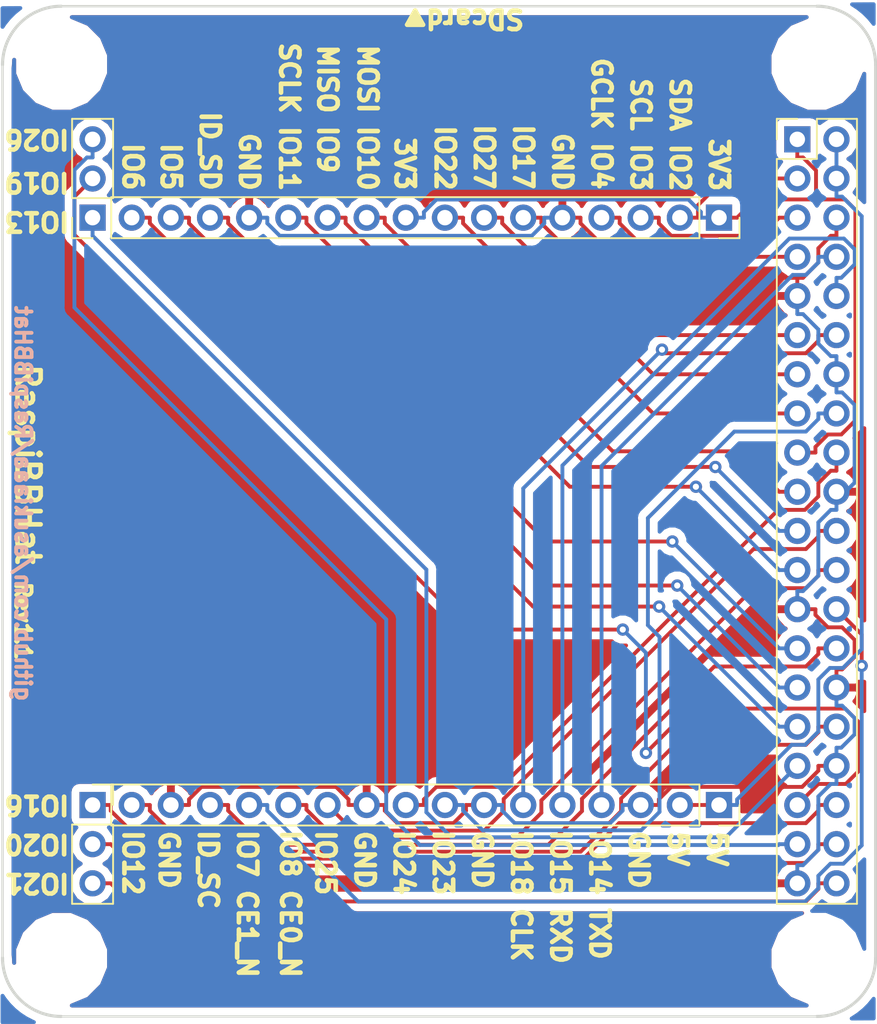
<source format=kicad_pcb>
(kicad_pcb (version 20171130) (host pcbnew 5.0.0-rc1-44a33f2~62~ubuntu17.10.1)

  (general
    (thickness 1.6)
    (drawings 50)
    (tracks 352)
    (zones 0)
    (modules 9)
    (nets 32)
  )

  (page A4)
  (layers
    (0 F.Cu signal)
    (31 B.Cu signal)
    (32 B.Adhes user)
    (33 F.Adhes user)
    (34 B.Paste user)
    (35 F.Paste user)
    (36 B.SilkS user)
    (37 F.SilkS user)
    (38 B.Mask user)
    (39 F.Mask user)
    (40 Dwgs.User user)
    (41 Cmts.User user)
    (42 Eco1.User user)
    (43 Eco2.User user)
    (44 Edge.Cuts user)
    (45 Margin user)
    (46 B.CrtYd user)
    (47 F.CrtYd user)
    (48 B.Fab user)
    (49 F.Fab user)
  )

  (setup
    (last_trace_width 0.25)
    (trace_clearance 0.2)
    (zone_clearance 0.508)
    (zone_45_only no)
    (trace_min 0.2)
    (segment_width 0.2)
    (edge_width 0.2)
    (via_size 0.8)
    (via_drill 0.4)
    (via_min_size 0.4)
    (via_min_drill 0.3)
    (uvia_size 0.3)
    (uvia_drill 0.1)
    (uvias_allowed no)
    (uvia_min_size 0.2)
    (uvia_min_drill 0.1)
    (pcb_text_width 0.3)
    (pcb_text_size 1.5 1.5)
    (mod_edge_width 0.15)
    (mod_text_size 1 1)
    (mod_text_width 0.15)
    (pad_size 5.4 5.4)
    (pad_drill 2.7)
    (pad_to_mask_clearance 0.2)
    (aux_axis_origin 0 0)
    (visible_elements FFFFFF7F)
    (pcbplotparams
      (layerselection 0x010f0_ffffffff)
      (usegerberextensions true)
      (usegerberattributes false)
      (usegerberadvancedattributes false)
      (creategerberjobfile false)
      (excludeedgelayer true)
      (linewidth 0.100000)
      (plotframeref false)
      (viasonmask false)
      (mode 1)
      (useauxorigin false)
      (hpglpennumber 1)
      (hpglpenspeed 20)
      (hpglpendiameter 15)
      (psnegative false)
      (psa4output false)
      (plotreference true)
      (plotvalue true)
      (plotinvisibletext false)
      (padsonsilk false)
      (subtractmaskfromsilk false)
      (outputformat 1)
      (mirror false)
      (drillshape 0)
      (scaleselection 1)
      (outputdirectory plot))
  )

  (net 0 "")
  (net 1 GPIO19)
  (net 2 GPIO26)
  (net 3 GND)
  (net 4 +3V3)
  (net 5 "GPIO2(SDA1)")
  (net 6 "GPIO3(SCL1)")
  (net 7 "GPIO4(GCLK)")
  (net 8 "GPIO17(GEN0)")
  (net 9 "GPIO27(GEN2)")
  (net 10 "GPIO22(GEN3)")
  (net 11 "GPIO10(SPI_MOSI)")
  (net 12 "GPIO9(SPI_MISO)")
  (net 13 "GPIO11(SPI_SCLK)")
  (net 14 ID_SD)
  (net 15 GPIO5)
  (net 16 GPIO6)
  (net 17 GPIO13)
  (net 18 GPIO21)
  (net 19 GPIO20)
  (net 20 GPIO16)
  (net 21 GPIO12)
  (net 22 ID_SC)
  (net 23 "GPIO7(SPI_CE1)")
  (net 24 "GPIO8(SPI_CE0)")
  (net 25 "GPIO25(GEN6)")
  (net 26 "GPIO24(GEN5)")
  (net 27 "GPIO23(GEN4)")
  (net 28 "GPIO18(GEN1)")
  (net 29 "GPIO15(RXD)")
  (net 30 "GPIO14(TXD)")
  (net 31 +5C)

  (net_class Default "This is the default net class."
    (clearance 0.2)
    (trace_width 0.25)
    (via_dia 0.8)
    (via_drill 0.4)
    (uvia_dia 0.3)
    (uvia_drill 0.1)
    (add_net +3V3)
    (add_net +5C)
    (add_net GND)
    (add_net "GPIO10(SPI_MOSI)")
    (add_net "GPIO11(SPI_SCLK)")
    (add_net GPIO12)
    (add_net GPIO13)
    (add_net "GPIO14(TXD)")
    (add_net "GPIO15(RXD)")
    (add_net GPIO16)
    (add_net "GPIO17(GEN0)")
    (add_net "GPIO18(GEN1)")
    (add_net GPIO19)
    (add_net "GPIO2(SDA1)")
    (add_net GPIO20)
    (add_net GPIO21)
    (add_net "GPIO22(GEN3)")
    (add_net "GPIO23(GEN4)")
    (add_net "GPIO24(GEN5)")
    (add_net "GPIO25(GEN6)")
    (add_net GPIO26)
    (add_net "GPIO27(GEN2)")
    (add_net "GPIO3(SCL1)")
    (add_net "GPIO4(GCLK)")
    (add_net GPIO5)
    (add_net GPIO6)
    (add_net "GPIO7(SPI_CE1)")
    (add_net "GPIO8(SPI_CE0)")
    (add_net "GPIO9(SPI_MISO)")
    (add_net ID_SC)
    (add_net ID_SD)
  )

  (module Footprints:LargeClearanceMountingHole_2.7mm (layer F.Cu) (tedit 5ADDE772) (tstamp 5AE0CC1C)
    (at 76.095 71.33)
    (descr "Mounting Hole 2.7mm, no annular")
    (tags "mounting hole 2.7mm no annular")
    (attr virtual)
    (fp_text reference REF1 (at 0 -3.7) (layer F.SilkS) hide
      (effects (font (size 1 1) (thickness 0.15)))
    )
    (fp_text value MountingHole_2.7mm (at 0 3.7) (layer F.Fab) hide
      (effects (font (size 1 1) (thickness 0.15)))
    )
    (fp_circle (center 0 0) (end 2.95 0) (layer F.CrtYd) (width 0.05))
    (fp_circle (center 0 0) (end 2.7 0) (layer Cmts.User) (width 0.15))
    (fp_text user %R (at 0.3 0) (layer F.Fab)
      (effects (font (size 1 1) (thickness 0.15)))
    )
    (pad "" np_thru_hole circle (at 0 0) (size 2.7 2.7) (drill 2.7) (layers *.Cu *.Mask)
      (solder_mask_margin 1.3) (clearance 1.6))
  )

  (module Footprints:LargeClearanceMountingHole_2.7mm (layer F.Cu) (tedit 5ADDE772) (tstamp 5AE0CD5C)
    (at 76.095 129.33)
    (descr "Mounting Hole 2.7mm, no annular")
    (tags "mounting hole 2.7mm no annular")
    (attr virtual)
    (fp_text reference REF4 (at 0 -3.7) (layer F.SilkS) hide
      (effects (font (size 1 1) (thickness 0.15)))
    )
    (fp_text value MountingHole_2.7mm (at 0 3.7) (layer F.Fab) hide
      (effects (font (size 1 1) (thickness 0.15)))
    )
    (fp_circle (center 0 0) (end 2.95 0) (layer F.CrtYd) (width 0.05))
    (fp_circle (center 0 0) (end 2.7 0) (layer Cmts.User) (width 0.15))
    (fp_text user %R (at 0.3 0) (layer F.Fab)
      (effects (font (size 1 1) (thickness 0.15)))
    )
    (pad "" np_thru_hole circle (at 0 0) (size 2.7 2.7) (drill 2.7) (layers *.Cu *.Mask)
      (solder_mask_margin 1.3) (clearance 1.6))
  )

  (module Footprints:LargeClearanceMountingHole_2.7mm (layer F.Cu) (tedit 5ADDE772) (tstamp 5AE0CD97)
    (at 125.095 129.33)
    (descr "Mounting Hole 2.7mm, no annular")
    (tags "mounting hole 2.7mm no annular")
    (attr virtual)
    (fp_text reference REF3 (at 0 -3.7) (layer F.SilkS) hide
      (effects (font (size 1 1) (thickness 0.15)))
    )
    (fp_text value MountingHole_2.7mm (at 0 3.7) (layer F.Fab) hide
      (effects (font (size 1 1) (thickness 0.15)))
    )
    (fp_circle (center 0 0) (end 2.95 0) (layer F.CrtYd) (width 0.05))
    (fp_circle (center 0 0) (end 2.7 0) (layer Cmts.User) (width 0.15))
    (fp_text user %R (at 0.3 0) (layer F.Fab)
      (effects (font (size 1 1) (thickness 0.15)))
    )
    (pad "" np_thru_hole circle (at 0 0) (size 2.7 2.7) (drill 2.7) (layers *.Cu *.Mask)
      (solder_mask_margin 1.3) (clearance 1.6))
  )

  (module Footprints:LargeClearanceMountingHole_2.7mm (layer F.Cu) (tedit 5ADDE772) (tstamp 5AE0CAB1)
    (at 125.095 71.33)
    (descr "Mounting Hole 2.7mm, no annular")
    (tags "mounting hole 2.7mm no annular")
    (attr virtual)
    (fp_text reference REF2 (at 0 -3.7) (layer F.SilkS) hide
      (effects (font (size 1 1) (thickness 0.15)))
    )
    (fp_text value MountingHole_2.7mm (at 0 3.7) (layer F.Fab) hide
      (effects (font (size 1 1) (thickness 0.15)))
    )
    (fp_circle (center 0 0) (end 2.95 0) (layer F.CrtYd) (width 0.05))
    (fp_circle (center 0 0) (end 2.7 0) (layer Cmts.User) (width 0.15))
    (fp_text user %R (at 0.3 0) (layer F.Fab)
      (effects (font (size 1 1) (thickness 0.15)))
    )
    (pad "" np_thru_hole circle (at 0 0) (size 2.7 2.7) (drill 2.7) (layers *.Cu *.Mask)
      (solder_mask_margin 1.3) (clearance 1.6))
  )

  (module Connector_PinSocket_2.54mm:PinSocket_1x03_P2.54mm_Vertical (layer F.Cu) (tedit 5ABAF27B) (tstamp 5ACE0D17)
    (at 78.105 81.28 180)
    (descr "Through hole straight socket strip, 1x03, 2.54mm pitch, single row (from Kicad 4.0.7), script generated")
    (tags "Through hole socket strip THT 1x03 2.54mm single row")
    (path /5ABA5858)
    (fp_text reference J1 (at 0 -2.77 180) (layer F.SilkS) hide
      (effects (font (size 1 1) (thickness 0.15)))
    )
    (fp_text value Conn_01x03 (at 0 7.85 180) (layer F.Fab) hide
      (effects (font (size 1 1) (thickness 0.15)))
    )
    (fp_line (start -1.27 -1.27) (end 0.635 -1.27) (layer F.Fab) (width 0.1))
    (fp_line (start 0.635 -1.27) (end 1.27 -0.635) (layer F.Fab) (width 0.1))
    (fp_line (start 1.27 -0.635) (end 1.27 6.35) (layer F.Fab) (width 0.1))
    (fp_line (start 1.27 6.35) (end -1.27 6.35) (layer F.Fab) (width 0.1))
    (fp_line (start -1.27 6.35) (end -1.27 -1.27) (layer F.Fab) (width 0.1))
    (fp_line (start -1.33 1.27) (end 1.33 1.27) (layer F.SilkS) (width 0.12))
    (fp_line (start -1.33 1.27) (end -1.33 6.41) (layer F.SilkS) (width 0.12))
    (fp_line (start -1.33 6.41) (end 1.33 6.41) (layer F.SilkS) (width 0.12))
    (fp_line (start 1.33 1.27) (end 1.33 6.41) (layer F.SilkS) (width 0.12))
    (fp_line (start 1.33 -1.33) (end 1.33 0) (layer F.SilkS) (width 0.12))
    (fp_line (start 0 -1.33) (end 1.33 -1.33) (layer F.SilkS) (width 0.12))
    (fp_line (start -1.8 -1.8) (end 1.75 -1.8) (layer F.CrtYd) (width 0.05))
    (fp_line (start 1.75 -1.8) (end 1.75 6.85) (layer F.CrtYd) (width 0.05))
    (fp_line (start 1.75 6.85) (end -1.8 6.85) (layer F.CrtYd) (width 0.05))
    (fp_line (start -1.8 6.85) (end -1.8 -1.8) (layer F.CrtYd) (width 0.05))
    (fp_text user %R (at 0 2.54 270) (layer F.Fab)
      (effects (font (size 1 1) (thickness 0.15)))
    )
    (pad 1 thru_hole rect (at 0 0 180) (size 1.7 1.7) (drill 1) (layers *.Cu *.Mask)
      (net 17 GPIO13))
    (pad 2 thru_hole oval (at 0 2.54 180) (size 1.7 1.7) (drill 1) (layers *.Cu *.Mask)
      (net 1 GPIO19))
    (pad 3 thru_hole oval (at 0 5.08 180) (size 1.7 1.7) (drill 1) (layers *.Cu *.Mask)
      (net 2 GPIO26))
    (model ${KISYS3DMOD}/Connector_PinSocket_2.54mm.3dshapes/PinSocket_1x03_P2.54mm_Vertical.wrl
      (at (xyz 0 0 0))
      (scale (xyz 1 1 1))
      (rotate (xyz 0 0 0))
    )
  )

  (module Connector_PinSocket_2.54mm:PinSocket_1x03_P2.54mm_Vertical (layer F.Cu) (tedit 5ABAF29B) (tstamp 5ACE0D53)
    (at 78.105 119.38)
    (descr "Through hole straight socket strip, 1x03, 2.54mm pitch, single row (from Kicad 4.0.7), script generated")
    (tags "Through hole socket strip THT 1x03 2.54mm single row")
    (path /5ABA58C8)
    (fp_text reference J3 (at 0 -2.77) (layer F.SilkS) hide
      (effects (font (size 1 1) (thickness 0.15)))
    )
    (fp_text value Conn_01x03 (at 0 7.85) (layer F.Fab) hide
      (effects (font (size 1 1) (thickness 0.15)))
    )
    (fp_text user %R (at 0 2.54 90) (layer F.Fab)
      (effects (font (size 1 1) (thickness 0.15)))
    )
    (fp_line (start -1.8 6.85) (end -1.8 -1.8) (layer F.CrtYd) (width 0.05))
    (fp_line (start 1.75 6.85) (end -1.8 6.85) (layer F.CrtYd) (width 0.05))
    (fp_line (start 1.75 -1.8) (end 1.75 6.85) (layer F.CrtYd) (width 0.05))
    (fp_line (start -1.8 -1.8) (end 1.75 -1.8) (layer F.CrtYd) (width 0.05))
    (fp_line (start 0 -1.33) (end 1.33 -1.33) (layer F.SilkS) (width 0.12))
    (fp_line (start 1.33 -1.33) (end 1.33 0) (layer F.SilkS) (width 0.12))
    (fp_line (start 1.33 1.27) (end 1.33 6.41) (layer F.SilkS) (width 0.12))
    (fp_line (start -1.33 6.41) (end 1.33 6.41) (layer F.SilkS) (width 0.12))
    (fp_line (start -1.33 1.27) (end -1.33 6.41) (layer F.SilkS) (width 0.12))
    (fp_line (start -1.33 1.27) (end 1.33 1.27) (layer F.SilkS) (width 0.12))
    (fp_line (start -1.27 6.35) (end -1.27 -1.27) (layer F.Fab) (width 0.1))
    (fp_line (start 1.27 6.35) (end -1.27 6.35) (layer F.Fab) (width 0.1))
    (fp_line (start 1.27 -0.635) (end 1.27 6.35) (layer F.Fab) (width 0.1))
    (fp_line (start 0.635 -1.27) (end 1.27 -0.635) (layer F.Fab) (width 0.1))
    (fp_line (start -1.27 -1.27) (end 0.635 -1.27) (layer F.Fab) (width 0.1))
    (pad 3 thru_hole oval (at 0 5.08) (size 1.7 1.7) (drill 1) (layers *.Cu *.Mask)
      (net 18 GPIO21))
    (pad 2 thru_hole oval (at 0 2.54) (size 1.7 1.7) (drill 1) (layers *.Cu *.Mask)
      (net 19 GPIO20))
    (pad 1 thru_hole rect (at 0 0) (size 1.7 1.7) (drill 1) (layers *.Cu *.Mask)
      (net 20 GPIO16))
    (model ${KISYS3DMOD}/Connector_PinSocket_2.54mm.3dshapes/PinSocket_1x03_P2.54mm_Vertical.wrl
      (at (xyz 0 0 0))
      (scale (xyz 1 1 1))
      (rotate (xyz 0 0 0))
    )
  )

  (module Connector_PinHeader_2.54mm:PinHeader_2x20_P2.54mm_Vertical (layer F.Cu) (tedit 5ABAF2A7) (tstamp 5ACE0DB6)
    (at 123.825 76.2)
    (descr "Through hole straight pin header, 2x20, 2.54mm pitch, double rows")
    (tags "Through hole pin header THT 2x20 2.54mm double row")
    (path /5ABA51D6)
    (fp_text reference J5 (at 1.27 -2.33) (layer F.SilkS) hide
      (effects (font (size 1 1) (thickness 0.15)))
    )
    (fp_text value Raspberry_Pi_2_3 (at 1.27 50.59) (layer F.Fab) hide
      (effects (font (size 1 1) (thickness 0.15)))
    )
    (fp_line (start 0 -1.27) (end 3.81 -1.27) (layer F.Fab) (width 0.1))
    (fp_line (start 3.81 -1.27) (end 3.81 49.53) (layer F.Fab) (width 0.1))
    (fp_line (start 3.81 49.53) (end -1.27 49.53) (layer F.Fab) (width 0.1))
    (fp_line (start -1.27 49.53) (end -1.27 0) (layer F.Fab) (width 0.1))
    (fp_line (start -1.27 0) (end 0 -1.27) (layer F.Fab) (width 0.1))
    (fp_line (start -1.33 49.59) (end 3.87 49.59) (layer F.SilkS) (width 0.12))
    (fp_line (start -1.33 1.27) (end -1.33 49.59) (layer F.SilkS) (width 0.12))
    (fp_line (start 3.87 -1.33) (end 3.87 49.59) (layer F.SilkS) (width 0.12))
    (fp_line (start -1.33 1.27) (end 1.27 1.27) (layer F.SilkS) (width 0.12))
    (fp_line (start 1.27 1.27) (end 1.27 -1.33) (layer F.SilkS) (width 0.12))
    (fp_line (start 1.27 -1.33) (end 3.87 -1.33) (layer F.SilkS) (width 0.12))
    (fp_line (start -1.33 0) (end -1.33 -1.33) (layer F.SilkS) (width 0.12))
    (fp_line (start -1.33 -1.33) (end 0 -1.33) (layer F.SilkS) (width 0.12))
    (fp_line (start -1.8 -1.8) (end -1.8 50.05) (layer F.CrtYd) (width 0.05))
    (fp_line (start -1.8 50.05) (end 4.35 50.05) (layer F.CrtYd) (width 0.05))
    (fp_line (start 4.35 50.05) (end 4.35 -1.8) (layer F.CrtYd) (width 0.05))
    (fp_line (start 4.35 -1.8) (end -1.8 -1.8) (layer F.CrtYd) (width 0.05))
    (fp_text user %R (at 1.27 24.13 90) (layer F.Fab)
      (effects (font (size 1 1) (thickness 0.15)))
    )
    (pad 1 thru_hole rect (at 0 0) (size 1.7 1.7) (drill 1) (layers *.Cu *.Mask)
      (net 4 +3V3))
    (pad 2 thru_hole oval (at 2.54 0) (size 1.7 1.7) (drill 1) (layers *.Cu *.Mask)
      (net 31 +5C))
    (pad 3 thru_hole oval (at 0 2.54) (size 1.7 1.7) (drill 1) (layers *.Cu *.Mask)
      (net 5 "GPIO2(SDA1)"))
    (pad 4 thru_hole oval (at 2.54 2.54) (size 1.7 1.7) (drill 1) (layers *.Cu *.Mask)
      (net 31 +5C))
    (pad 5 thru_hole oval (at 0 5.08) (size 1.7 1.7) (drill 1) (layers *.Cu *.Mask)
      (net 6 "GPIO3(SCL1)"))
    (pad 6 thru_hole oval (at 2.54 5.08) (size 1.7 1.7) (drill 1) (layers *.Cu *.Mask)
      (net 3 GND))
    (pad 7 thru_hole oval (at 0 7.62) (size 1.7 1.7) (drill 1) (layers *.Cu *.Mask)
      (net 7 "GPIO4(GCLK)"))
    (pad 8 thru_hole oval (at 2.54 7.62) (size 1.7 1.7) (drill 1) (layers *.Cu *.Mask)
      (net 30 "GPIO14(TXD)"))
    (pad 9 thru_hole oval (at 0 10.16) (size 1.7 1.7) (drill 1) (layers *.Cu *.Mask)
      (net 3 GND))
    (pad 10 thru_hole oval (at 2.54 10.16) (size 1.7 1.7) (drill 1) (layers *.Cu *.Mask)
      (net 29 "GPIO15(RXD)"))
    (pad 11 thru_hole oval (at 0 12.7) (size 1.7 1.7) (drill 1) (layers *.Cu *.Mask)
      (net 8 "GPIO17(GEN0)"))
    (pad 12 thru_hole oval (at 2.54 12.7) (size 1.7 1.7) (drill 1) (layers *.Cu *.Mask)
      (net 28 "GPIO18(GEN1)"))
    (pad 13 thru_hole oval (at 0 15.24) (size 1.7 1.7) (drill 1) (layers *.Cu *.Mask)
      (net 9 "GPIO27(GEN2)"))
    (pad 14 thru_hole oval (at 2.54 15.24) (size 1.7 1.7) (drill 1) (layers *.Cu *.Mask)
      (net 3 GND))
    (pad 15 thru_hole oval (at 0 17.78) (size 1.7 1.7) (drill 1) (layers *.Cu *.Mask)
      (net 10 "GPIO22(GEN3)"))
    (pad 16 thru_hole oval (at 2.54 17.78) (size 1.7 1.7) (drill 1) (layers *.Cu *.Mask)
      (net 27 "GPIO23(GEN4)"))
    (pad 17 thru_hole oval (at 0 20.32) (size 1.7 1.7) (drill 1) (layers *.Cu *.Mask)
      (net 4 +3V3))
    (pad 18 thru_hole oval (at 2.54 20.32) (size 1.7 1.7) (drill 1) (layers *.Cu *.Mask)
      (net 26 "GPIO24(GEN5)"))
    (pad 19 thru_hole oval (at 0 22.86) (size 1.7 1.7) (drill 1) (layers *.Cu *.Mask)
      (net 11 "GPIO10(SPI_MOSI)"))
    (pad 20 thru_hole oval (at 2.54 22.86) (size 1.7 1.7) (drill 1) (layers *.Cu *.Mask)
      (net 3 GND))
    (pad 21 thru_hole oval (at 0 25.4) (size 1.7 1.7) (drill 1) (layers *.Cu *.Mask)
      (net 12 "GPIO9(SPI_MISO)"))
    (pad 22 thru_hole oval (at 2.54 25.4) (size 1.7 1.7) (drill 1) (layers *.Cu *.Mask)
      (net 25 "GPIO25(GEN6)"))
    (pad 23 thru_hole oval (at 0 27.94) (size 1.7 1.7) (drill 1) (layers *.Cu *.Mask)
      (net 13 "GPIO11(SPI_SCLK)"))
    (pad 24 thru_hole oval (at 2.54 27.94) (size 1.7 1.7) (drill 1) (layers *.Cu *.Mask)
      (net 24 "GPIO8(SPI_CE0)"))
    (pad 25 thru_hole oval (at 0 30.48) (size 1.7 1.7) (drill 1) (layers *.Cu *.Mask)
      (net 3 GND))
    (pad 26 thru_hole oval (at 2.54 30.48) (size 1.7 1.7) (drill 1) (layers *.Cu *.Mask)
      (net 23 "GPIO7(SPI_CE1)"))
    (pad 27 thru_hole oval (at 0 33.02) (size 1.7 1.7) (drill 1) (layers *.Cu *.Mask)
      (net 14 ID_SD))
    (pad 28 thru_hole oval (at 2.54 33.02) (size 1.7 1.7) (drill 1) (layers *.Cu *.Mask)
      (net 22 ID_SC))
    (pad 29 thru_hole oval (at 0 35.56) (size 1.7 1.7) (drill 1) (layers *.Cu *.Mask)
      (net 15 GPIO5))
    (pad 30 thru_hole oval (at 2.54 35.56) (size 1.7 1.7) (drill 1) (layers *.Cu *.Mask)
      (net 3 GND))
    (pad 31 thru_hole oval (at 0 38.1) (size 1.7 1.7) (drill 1) (layers *.Cu *.Mask)
      (net 16 GPIO6))
    (pad 32 thru_hole oval (at 2.54 38.1) (size 1.7 1.7) (drill 1) (layers *.Cu *.Mask)
      (net 21 GPIO12))
    (pad 33 thru_hole oval (at 0 40.64) (size 1.7 1.7) (drill 1) (layers *.Cu *.Mask)
      (net 17 GPIO13))
    (pad 34 thru_hole oval (at 2.54 40.64) (size 1.7 1.7) (drill 1) (layers *.Cu *.Mask)
      (net 3 GND))
    (pad 35 thru_hole oval (at 0 43.18) (size 1.7 1.7) (drill 1) (layers *.Cu *.Mask)
      (net 1 GPIO19))
    (pad 36 thru_hole oval (at 2.54 43.18) (size 1.7 1.7) (drill 1) (layers *.Cu *.Mask)
      (net 20 GPIO16))
    (pad 37 thru_hole oval (at 0 45.72) (size 1.7 1.7) (drill 1) (layers *.Cu *.Mask)
      (net 2 GPIO26))
    (pad 38 thru_hole oval (at 2.54 45.72) (size 1.7 1.7) (drill 1) (layers *.Cu *.Mask)
      (net 19 GPIO20))
    (pad 39 thru_hole oval (at 0 48.26) (size 1.7 1.7) (drill 1) (layers *.Cu *.Mask)
      (net 3 GND))
    (pad 40 thru_hole oval (at 2.54 48.26) (size 1.7 1.7) (drill 1) (layers *.Cu *.Mask)
      (net 18 GPIO21))
    (model ${KISYS3DMOD}/Connector_PinHeader_2.54mm.3dshapes/PinHeader_2x20_P2.54mm_Vertical.wrl
      (at (xyz 0 0 0))
      (scale (xyz 1 1 1))
      (rotate (xyz 0 0 0))
    )
  )

  (module Connector_PinSocket_2.54mm:PinSocket_1x16_P2.54mm_Vertical (layer F.Cu) (tedit 5ABAF26D) (tstamp 5AC53228)
    (at 118.745 81.28 270)
    (descr "Through hole straight socket strip, 1x16, 2.54mm pitch, single row (from Kicad 4.0.7), script generated")
    (tags "Through hole socket strip THT 1x16 2.54mm single row")
    (path /5ABB0D0C)
    (fp_text reference J2 (at 0 -2.77 270) (layer F.SilkS) hide
      (effects (font (size 1 1) (thickness 0.15)))
    )
    (fp_text value Conn_01x16 (at 0 40.87 270) (layer F.Fab) hide
      (effects (font (size 1 1) (thickness 0.15)))
    )
    (fp_line (start -1.27 -1.27) (end 0.635 -1.27) (layer F.Fab) (width 0.1))
    (fp_line (start 0.635 -1.27) (end 1.27 -0.635) (layer F.Fab) (width 0.1))
    (fp_line (start 1.27 -0.635) (end 1.27 39.37) (layer F.Fab) (width 0.1))
    (fp_line (start 1.27 39.37) (end -1.27 39.37) (layer F.Fab) (width 0.1))
    (fp_line (start -1.27 39.37) (end -1.27 -1.27) (layer F.Fab) (width 0.1))
    (fp_line (start -1.33 1.27) (end 1.33 1.27) (layer F.SilkS) (width 0.12))
    (fp_line (start -1.33 1.27) (end -1.33 39.43) (layer F.SilkS) (width 0.12))
    (fp_line (start -1.33 39.43) (end 1.33 39.43) (layer F.SilkS) (width 0.12))
    (fp_line (start 1.33 1.27) (end 1.33 39.43) (layer F.SilkS) (width 0.12))
    (fp_line (start 1.33 -1.33) (end 1.33 0) (layer F.SilkS) (width 0.12))
    (fp_line (start 0 -1.33) (end 1.33 -1.33) (layer F.SilkS) (width 0.12))
    (fp_line (start -1.8 -1.8) (end 1.75 -1.8) (layer F.CrtYd) (width 0.05))
    (fp_line (start 1.75 -1.8) (end 1.75 39.9) (layer F.CrtYd) (width 0.05))
    (fp_line (start 1.75 39.9) (end -1.8 39.9) (layer F.CrtYd) (width 0.05))
    (fp_line (start -1.8 39.9) (end -1.8 -1.8) (layer F.CrtYd) (width 0.05))
    (fp_text user %R (at 0 19.05) (layer F.Fab)
      (effects (font (size 1 1) (thickness 0.15)))
    )
    (pad 1 thru_hole rect (at 0 0 270) (size 1.7 1.7) (drill 1) (layers *.Cu *.Mask)
      (net 4 +3V3))
    (pad 2 thru_hole oval (at 0 2.54 270) (size 1.7 1.7) (drill 1) (layers *.Cu *.Mask)
      (net 5 "GPIO2(SDA1)"))
    (pad 3 thru_hole oval (at 0 5.08 270) (size 1.7 1.7) (drill 1) (layers *.Cu *.Mask)
      (net 6 "GPIO3(SCL1)"))
    (pad 4 thru_hole oval (at 0 7.62 270) (size 1.7 1.7) (drill 1) (layers *.Cu *.Mask)
      (net 7 "GPIO4(GCLK)"))
    (pad 5 thru_hole oval (at 0 10.16 270) (size 1.7 1.7) (drill 1) (layers *.Cu *.Mask)
      (net 3 GND))
    (pad 6 thru_hole oval (at 0 12.7 270) (size 1.7 1.7) (drill 1) (layers *.Cu *.Mask)
      (net 8 "GPIO17(GEN0)"))
    (pad 7 thru_hole oval (at 0 15.24 270) (size 1.7 1.7) (drill 1) (layers *.Cu *.Mask)
      (net 9 "GPIO27(GEN2)"))
    (pad 8 thru_hole oval (at 0 17.78 270) (size 1.7 1.7) (drill 1) (layers *.Cu *.Mask)
      (net 10 "GPIO22(GEN3)"))
    (pad 9 thru_hole oval (at 0 20.32 270) (size 1.7 1.7) (drill 1) (layers *.Cu *.Mask)
      (net 4 +3V3))
    (pad 10 thru_hole oval (at 0 22.86 270) (size 1.7 1.7) (drill 1) (layers *.Cu *.Mask)
      (net 11 "GPIO10(SPI_MOSI)"))
    (pad 11 thru_hole oval (at 0 25.4 270) (size 1.7 1.7) (drill 1) (layers *.Cu *.Mask)
      (net 12 "GPIO9(SPI_MISO)"))
    (pad 12 thru_hole oval (at 0 27.94 270) (size 1.7 1.7) (drill 1) (layers *.Cu *.Mask)
      (net 13 "GPIO11(SPI_SCLK)"))
    (pad 13 thru_hole oval (at 0 30.48 270) (size 1.7 1.7) (drill 1) (layers *.Cu *.Mask)
      (net 3 GND))
    (pad 14 thru_hole oval (at 0 33.02 270) (size 1.7 1.7) (drill 1) (layers *.Cu *.Mask)
      (net 14 ID_SD))
    (pad 15 thru_hole oval (at 0 35.56 270) (size 1.7 1.7) (drill 1) (layers *.Cu *.Mask)
      (net 15 GPIO5))
    (pad 16 thru_hole oval (at 0 38.1 270) (size 1.7 1.7) (drill 1) (layers *.Cu *.Mask)
      (net 16 GPIO6))
    (model ${KISYS3DMOD}/Connector_PinSocket_2.54mm.3dshapes/PinSocket_1x16_P2.54mm_Vertical.wrl
      (at (xyz 0 0 0))
      (scale (xyz 1 1 1))
      (rotate (xyz 0 0 0))
    )
  )

  (module Connector_PinSocket_2.54mm:PinSocket_1x16_P2.54mm_Vertical (layer F.Cu) (tedit 5ABAF28E) (tstamp 5AC5324C)
    (at 118.745 119.38 270)
    (descr "Through hole straight socket strip, 1x16, 2.54mm pitch, single row (from Kicad 4.0.7), script generated")
    (tags "Through hole socket strip THT 1x16 2.54mm single row")
    (path /5ABB0DA7)
    (fp_text reference J4 (at 0 -2.77 270) (layer F.SilkS) hide
      (effects (font (size 1 1) (thickness 0.15)))
    )
    (fp_text value Conn_01x16 (at 0 40.87 270) (layer F.Fab) hide
      (effects (font (size 1 1) (thickness 0.15)))
    )
    (fp_text user %R (at 0 19.05) (layer F.Fab)
      (effects (font (size 1 1) (thickness 0.15)))
    )
    (fp_line (start -1.8 39.9) (end -1.8 -1.8) (layer F.CrtYd) (width 0.05))
    (fp_line (start 1.75 39.9) (end -1.8 39.9) (layer F.CrtYd) (width 0.05))
    (fp_line (start 1.75 -1.8) (end 1.75 39.9) (layer F.CrtYd) (width 0.05))
    (fp_line (start -1.8 -1.8) (end 1.75 -1.8) (layer F.CrtYd) (width 0.05))
    (fp_line (start 0 -1.33) (end 1.33 -1.33) (layer F.SilkS) (width 0.12))
    (fp_line (start 1.33 -1.33) (end 1.33 0) (layer F.SilkS) (width 0.12))
    (fp_line (start 1.33 1.27) (end 1.33 39.43) (layer F.SilkS) (width 0.12))
    (fp_line (start -1.33 39.43) (end 1.33 39.43) (layer F.SilkS) (width 0.12))
    (fp_line (start -1.33 1.27) (end -1.33 39.43) (layer F.SilkS) (width 0.12))
    (fp_line (start -1.33 1.27) (end 1.33 1.27) (layer F.SilkS) (width 0.12))
    (fp_line (start -1.27 39.37) (end -1.27 -1.27) (layer F.Fab) (width 0.1))
    (fp_line (start 1.27 39.37) (end -1.27 39.37) (layer F.Fab) (width 0.1))
    (fp_line (start 1.27 -0.635) (end 1.27 39.37) (layer F.Fab) (width 0.1))
    (fp_line (start 0.635 -1.27) (end 1.27 -0.635) (layer F.Fab) (width 0.1))
    (fp_line (start -1.27 -1.27) (end 0.635 -1.27) (layer F.Fab) (width 0.1))
    (pad 16 thru_hole oval (at 0 38.1 270) (size 1.7 1.7) (drill 1) (layers *.Cu *.Mask)
      (net 21 GPIO12))
    (pad 15 thru_hole oval (at 0 35.56 270) (size 1.7 1.7) (drill 1) (layers *.Cu *.Mask)
      (net 3 GND))
    (pad 14 thru_hole oval (at 0 33.02 270) (size 1.7 1.7) (drill 1) (layers *.Cu *.Mask)
      (net 22 ID_SC))
    (pad 13 thru_hole oval (at 0 30.48 270) (size 1.7 1.7) (drill 1) (layers *.Cu *.Mask)
      (net 23 "GPIO7(SPI_CE1)"))
    (pad 12 thru_hole oval (at 0 27.94 270) (size 1.7 1.7) (drill 1) (layers *.Cu *.Mask)
      (net 24 "GPIO8(SPI_CE0)"))
    (pad 11 thru_hole oval (at 0 25.4 270) (size 1.7 1.7) (drill 1) (layers *.Cu *.Mask)
      (net 25 "GPIO25(GEN6)"))
    (pad 10 thru_hole oval (at 0 22.86 270) (size 1.7 1.7) (drill 1) (layers *.Cu *.Mask)
      (net 3 GND))
    (pad 9 thru_hole oval (at 0 20.32 270) (size 1.7 1.7) (drill 1) (layers *.Cu *.Mask)
      (net 26 "GPIO24(GEN5)"))
    (pad 8 thru_hole oval (at 0 17.78 270) (size 1.7 1.7) (drill 1) (layers *.Cu *.Mask)
      (net 27 "GPIO23(GEN4)"))
    (pad 7 thru_hole oval (at 0 15.24 270) (size 1.7 1.7) (drill 1) (layers *.Cu *.Mask)
      (net 3 GND))
    (pad 6 thru_hole oval (at 0 12.7 270) (size 1.7 1.7) (drill 1) (layers *.Cu *.Mask)
      (net 28 "GPIO18(GEN1)"))
    (pad 5 thru_hole oval (at 0 10.16 270) (size 1.7 1.7) (drill 1) (layers *.Cu *.Mask)
      (net 29 "GPIO15(RXD)"))
    (pad 4 thru_hole oval (at 0 7.62 270) (size 1.7 1.7) (drill 1) (layers *.Cu *.Mask)
      (net 30 "GPIO14(TXD)"))
    (pad 3 thru_hole oval (at 0 5.08 270) (size 1.7 1.7) (drill 1) (layers *.Cu *.Mask)
      (net 3 GND))
    (pad 2 thru_hole oval (at 0 2.54 270) (size 1.7 1.7) (drill 1) (layers *.Cu *.Mask)
      (net 31 +5C))
    (pad 1 thru_hole rect (at 0 0 270) (size 1.7 1.7) (drill 1) (layers *.Cu *.Mask)
      (net 31 +5C))
    (model ${KISYS3DMOD}/Connector_PinSocket_2.54mm.3dshapes/PinSocket_1x16_P2.54mm_Vertical.wrl
      (at (xyz 0 0 0))
      (scale (xyz 1 1 1))
      (rotate (xyz 0 0 0))
    )
  )

  (gr_text "github.com/asukiaaa/RaspiBBHat\n" (at 73.5965 99.822 270) (layer B.SilkS) (tstamp 5ABB1F61)
    (effects (font (size 1 1) (thickness 0.25)) (justify mirror))
  )
  (gr_text Rev1.1 (at 73.5965 107.442 270) (layer F.SilkS)
    (effects (font (size 1 1) (thickness 0.25)))
  )
  (gr_text RaspiBBHat (at 73.914 97.282 270) (layer F.SilkS)
    (effects (font (size 1.5 1.5) (thickness 0.3)))
  )
  (gr_text SDcard▼ (at 102.1715 68.3895 180) (layer F.SilkS) (tstamp 5AE0CFFF)
    (effects (font (size 1.2 1.2) (thickness 0.3)))
  )
  (gr_text "IO15 RXD" (at 108.458 125.349 270) (layer F.SilkS) (tstamp 5AE0CF8A)
    (effects (font (size 1.2 1.2) (thickness 0.3)))
  )
  (gr_text "IO18 CLK" (at 105.918 125.2855 270) (layer F.SilkS) (tstamp 5AE0CF89)
    (effects (font (size 1.2 1.2) (thickness 0.3)))
  )
  (gr_text IO12 (at 80.7085 123.1265 270) (layer F.SilkS) (tstamp 5AE0CF88)
    (effects (font (size 1.2 1.2) (thickness 0.3)))
  )
  (gr_text GND (at 95.758 122.936 270) (layer F.SilkS) (tstamp 5AE0CF87)
    (effects (font (size 1.2 1.2) (thickness 0.3)))
  )
  (gr_text IO24 (at 98.298 123.1265 270) (layer F.SilkS) (tstamp 5AE0CF86)
    (effects (font (size 1.2 1.2) (thickness 0.3)))
  )
  (gr_text 5V (at 118.618 122.2375 270) (layer F.SilkS) (tstamp 5AE0CF85)
    (effects (font (size 1.2 1.2) (thickness 0.3)))
  )
  (gr_text 5V (at 116.078 122.2375 270) (layer F.SilkS) (tstamp 5AE0CF84)
    (effects (font (size 1.2 1.2) (thickness 0.3)))
  )
  (gr_text GND (at 83.058 122.936 270) (layer F.SilkS) (tstamp 5AE0CF83)
    (effects (font (size 1.2 1.2) (thickness 0.3)))
  )
  (gr_text "IO14 TXD" (at 110.998 125.222 270) (layer F.SilkS) (tstamp 5AE0CF82)
    (effects (font (size 1.2 1.2) (thickness 0.3)))
  )
  (gr_text IO23 (at 100.838 123.1265 270) (layer F.SilkS) (tstamp 5AE0CF81)
    (effects (font (size 1.2 1.2) (thickness 0.3)))
  )
  (gr_text "IO7 CE1_N" (at 88.138 125.7935 270) (layer F.SilkS) (tstamp 5AE0CF80)
    (effects (font (size 1.2 1.2) (thickness 0.3)))
  )
  (gr_text GND (at 103.378 122.936 270) (layer F.SilkS) (tstamp 5AE0CF7F)
    (effects (font (size 1.2 1.2) (thickness 0.3)))
  )
  (gr_text GND (at 113.538 122.936 270) (layer F.SilkS) (tstamp 5AE0CF7E)
    (effects (font (size 1.2 1.2) (thickness 0.3)))
  )
  (gr_text "IO8 CE0_N" (at 90.932 125.7935 270) (layer F.SilkS) (tstamp 5AE0CF7D)
    (effects (font (size 1.2 1.2) (thickness 0.3)))
  )
  (gr_text ID_SC (at 85.598 123.571 270) (layer F.SilkS) (tstamp 5AE0CF7C)
    (effects (font (size 1.2 1.2) (thickness 0.3)))
  )
  (gr_text IO25 (at 93.218 123.1265 270) (layer F.SilkS) (tstamp 5AE0CF7B)
    (effects (font (size 1.2 1.2) (thickness 0.3)))
  )
  (gr_text IO16 (at 74.4855 119.38 180) (layer F.SilkS) (tstamp 5AE0CF30)
    (effects (font (size 1.2 1.2) (thickness 0.3)))
  )
  (gr_text IO26 (at 74.4855 76.2 180) (layer F.SilkS) (tstamp 5AE0CF2F)
    (effects (font (size 1.2 1.2) (thickness 0.3)))
  )
  (gr_text IO20 (at 74.4855 121.92 180) (layer F.SilkS) (tstamp 5AE0CF2E)
    (effects (font (size 1.2 1.2) (thickness 0.3)))
  )
  (gr_text IO21 (at 74.4855 124.46 180) (layer F.SilkS) (tstamp 5AE0CF2D)
    (effects (font (size 1.2 1.2) (thickness 0.3)))
  )
  (gr_text "SCLK IO11" (at 90.8685 74.7395 270) (layer F.SilkS) (tstamp 5AE0CEF8)
    (effects (font (size 1.2 1.2) (thickness 0.3)))
  )
  (gr_text ID_SD (at 85.725 76.962 270) (layer F.SilkS) (tstamp 5AE0CEF7)
    (effects (font (size 1.2 1.2) (thickness 0.3)))
  )
  (gr_text 3V3 (at 98.3615 77.7875 270) (layer F.SilkS) (tstamp 5AE0CEF6)
    (effects (font (size 1.2 1.2) (thickness 0.3)))
  )
  (gr_text "MOSI IO10" (at 95.9485 74.803 270) (layer F.SilkS) (tstamp 5AE0CEF5)
    (effects (font (size 1.2 1.2) (thickness 0.3)))
  )
  (gr_text "MISO IO9" (at 93.345 74.2315 270) (layer F.SilkS) (tstamp 5AE0CEF4)
    (effects (font (size 1.2 1.2) (thickness 0.3)))
  )
  (gr_text IO6 (at 80.7085 77.978 270) (layer F.SilkS) (tstamp 5AE0CEF3)
    (effects (font (size 1.2 1.2) (thickness 0.3)))
  )
  (gr_text IO5 (at 83.185 77.978 270) (layer F.SilkS) (tstamp 5AE0CEF2)
    (effects (font (size 1.2 1.2) (thickness 0.3)))
  )
  (gr_text GND (at 88.265 77.6605 270) (layer F.SilkS) (tstamp 5AE0CEF1)
    (effects (font (size 1.2 1.2) (thickness 0.3)))
  )
  (gr_text IO22 (at 100.965 77.4065 270) (layer F.SilkS) (tstamp 5AE0CE7C)
    (effects (font (size 1.2 1.2) (thickness 0.3)))
  )
  (gr_text GND (at 108.585 77.6605 270) (layer F.SilkS) (tstamp 5AE0CE7B)
    (effects (font (size 1.2 1.2) (thickness 0.3)))
  )
  (gr_text IO17 (at 106.045 77.343 270) (layer F.SilkS) (tstamp 5AE0CE7A)
    (effects (font (size 1.2 1.2) (thickness 0.3)))
  )
  (gr_text IO27 (at 103.505 77.343 270) (layer F.SilkS) (tstamp 5AE0CE79)
    (effects (font (size 1.2 1.2) (thickness 0.3)))
  )
  (gr_text IO13 (at 74.4855 81.534 180) (layer F.SilkS) (tstamp 5AE0CE66)
    (effects (font (size 1.2 1.2) (thickness 0.3)))
  )
  (gr_text IO19 (at 74.4855 78.994 180) (layer F.SilkS) (tstamp 5AE0CE65)
    (effects (font (size 1.2 1.2) (thickness 0.3)))
  )
  (gr_text "SCL IO3" (at 113.665 75.8825 270) (layer F.SilkS) (tstamp 5AE0CE66)
    (effects (font (size 1.2 1.2) (thickness 0.3)))
  )
  (gr_text "GCLK IO4" (at 111.125 75.184 270) (layer F.SilkS) (tstamp 5AE0CE65)
    (effects (font (size 1.2 1.2) (thickness 0.3)))
  )
  (gr_text "SDA IO2" (at 116.205 75.8825 270) (layer F.SilkS) (tstamp 5AE0CE5D)
    (effects (font (size 1.2 1.2) (thickness 0.3)))
  )
  (gr_text 3V3 (at 118.745 77.851 270) (layer F.SilkS)
    (effects (font (size 1.2 1.2) (thickness 0.3)))
  )
  (gr_arc (start 125.095 129.286) (end 125.095 133.096) (angle -90) (layer Edge.Cuts) (width 0.2))
  (gr_arc (start 76.073 129.286) (end 72.263 129.286) (angle -90) (layer Edge.Cuts) (width 0.2))
  (gr_arc (start 76.073 71.374) (end 76.073 67.564) (angle -90) (layer Edge.Cuts) (width 0.2))
  (gr_arc (start 125.095 71.374) (end 128.905 71.374) (angle -90) (layer Edge.Cuts) (width 0.2))
  (gr_line (start 128.905 71.374) (end 128.905 129.413) (layer Edge.Cuts) (width 0.2))
  (gr_line (start 76.073 133.096) (end 125.1585 133.096) (layer Edge.Cuts) (width 0.15))
  (gr_line (start 72.263 71.374) (end 72.263 129.3495) (layer Edge.Cuts) (width 0.15))
  (gr_line (start 125.095 67.564) (end 76.1365 67.564) (layer Edge.Cuts) (width 0.15))

  (segment (start 126.929001 113.124999) (end 116.875001 113.124999) (width 0.25) (layer F.Cu) (net 1))
  (segment (start 123.825 119.38) (end 125.189999 118.015001) (width 0.25) (layer F.Cu) (net 1))
  (segment (start 127.762 113.957998) (end 126.929001 113.124999) (width 0.25) (layer F.Cu) (net 1))
  (segment (start 127.762 117.221) (end 127.762 113.957998) (width 0.25) (layer F.Cu) (net 1))
  (segment (start 126.967999 118.015001) (end 127.762 117.221) (width 0.25) (layer F.Cu) (net 1))
  (segment (start 125.189999 118.015001) (end 126.967999 118.015001) (width 0.25) (layer F.Cu) (net 1))
  (segment (start 116.875001 113.124999) (end 114 116) (width 0.25) (layer F.Cu) (net 1))
  (segment (start 112.5 108) (end 102.539998 108) (width 0.25) (layer F.Cu) (net 1))
  (segment (start 102.539998 108) (end 76.929999 82.390001) (width 0.25) (layer F.Cu) (net 1))
  (segment (start 76.929999 82.390001) (end 76.929999 79.915001) (width 0.25) (layer F.Cu) (net 1))
  (segment (start 77.255001 79.589999) (end 78.105 78.74) (width 0.25) (layer F.Cu) (net 1))
  (segment (start 76.929999 79.915001) (end 77.255001 79.589999) (width 0.25) (layer F.Cu) (net 1))
  (segment (start 114 109.5) (end 112.5 108) (width 0.25) (layer B.Cu) (net 1))
  (via (at 112.5 108) (size 0.8) (drill 0.4) (layers F.Cu B.Cu) (net 1))
  (segment (start 114 116) (end 114 109.5) (width 0.25) (layer B.Cu) (net 1))
  (via (at 114 116) (size 0.8) (drill 0.4) (layers F.Cu B.Cu) (net 1))
  (segment (start 123.825 121.92) (end 122.6497 121.92) (width 0.25) (layer B.Cu) (net 2))
  (segment (start 78.105 76.2) (end 78.105 77.3753) (width 0.25) (layer B.Cu) (net 2))
  (segment (start 122.593 121.9767) (end 122.6497 121.92) (width 0.25) (layer B.Cu) (net 2))
  (segment (start 99.3348 121.9767) (end 122.593 121.9767) (width 0.25) (layer B.Cu) (net 2))
  (segment (start 97.155 119.7969) (end 99.3348 121.9767) (width 0.25) (layer B.Cu) (net 2))
  (segment (start 97.155 107.3398) (end 97.155 119.7969) (width 0.25) (layer B.Cu) (net 2))
  (segment (start 76.9267 87.1115) (end 97.155 107.3398) (width 0.25) (layer B.Cu) (net 2))
  (segment (start 76.9267 78.1862) (end 76.9267 87.1115) (width 0.25) (layer B.Cu) (net 2))
  (segment (start 77.7376 77.3753) (end 76.9267 78.1862) (width 0.25) (layer B.Cu) (net 2))
  (segment (start 78.105 77.3753) (end 77.7376 77.3753) (width 0.25) (layer B.Cu) (net 2))
  (segment (start 94.7097 119.0126) (end 94.7097 119.38) (width 0.25) (layer F.Cu) (net 3))
  (segment (start 93.9018 118.2047) (end 94.7097 119.0126) (width 0.25) (layer F.Cu) (net 3))
  (segment (start 85.1683 118.2047) (end 93.9018 118.2047) (width 0.25) (layer F.Cu) (net 3))
  (segment (start 84.3603 119.0127) (end 85.1683 118.2047) (width 0.25) (layer F.Cu) (net 3))
  (segment (start 84.3603 119.38) (end 84.3603 119.0127) (width 0.25) (layer F.Cu) (net 3))
  (segment (start 83.185 119.38) (end 84.3603 119.38) (width 0.25) (layer F.Cu) (net 3))
  (segment (start 125.9976 118.0153) (end 126.365 118.0153) (width 0.25) (layer B.Cu) (net 3))
  (segment (start 125.1897 118.8232) (end 125.9976 118.0153) (width 0.25) (layer B.Cu) (net 3))
  (segment (start 125.1897 122.2874) (end 125.1897 118.8232) (width 0.25) (layer B.Cu) (net 3))
  (segment (start 124.1924 123.2847) (end 125.1897 122.2874) (width 0.25) (layer B.Cu) (net 3))
  (segment (start 123.825 123.2847) (end 124.1924 123.2847) (width 0.25) (layer B.Cu) (net 3))
  (segment (start 123.825 124.46) (end 123.825 123.2847) (width 0.25) (layer B.Cu) (net 3))
  (segment (start 95.885 119.38) (end 94.7097 119.38) (width 0.25) (layer F.Cu) (net 3))
  (segment (start 125.9976 82.4553) (end 126.365 82.4553) (width 0.25) (layer F.Cu) (net 3))
  (segment (start 125.1897 83.2632) (end 125.9976 82.4553) (width 0.25) (layer F.Cu) (net 3))
  (segment (start 125.1897 84.1874) (end 125.1897 83.2632) (width 0.25) (layer F.Cu) (net 3))
  (segment (start 124.1924 85.1847) (end 125.1897 84.1874) (width 0.25) (layer F.Cu) (net 3))
  (segment (start 123.825 85.1847) (end 124.1924 85.1847) (width 0.25) (layer F.Cu) (net 3))
  (segment (start 123.825 86.36) (end 123.825 85.1847) (width 0.25) (layer F.Cu) (net 3))
  (segment (start 126.365 81.28) (end 126.365 82.4553) (width 0.25) (layer F.Cu) (net 3))
  (segment (start 113.2977 85.1847) (end 123.825 85.1847) (width 0.25) (layer F.Cu) (net 3))
  (segment (start 109.7603 81.6473) (end 113.2977 85.1847) (width 0.25) (layer F.Cu) (net 3))
  (segment (start 109.7603 81.28) (end 109.7603 81.6473) (width 0.25) (layer F.Cu) (net 3))
  (segment (start 108.585 81.28) (end 109.7603 81.28) (width 0.25) (layer F.Cu) (net 3))
  (segment (start 125.9976 100.2353) (end 126.365 100.2353) (width 0.25) (layer B.Cu) (net 3))
  (segment (start 125.1897 101.0432) (end 125.9976 100.2353) (width 0.25) (layer B.Cu) (net 3))
  (segment (start 125.1897 104.5074) (end 125.1897 101.0432) (width 0.25) (layer B.Cu) (net 3))
  (segment (start 124.1924 105.5047) (end 125.1897 104.5074) (width 0.25) (layer B.Cu) (net 3))
  (segment (start 123.825 105.5047) (end 124.1924 105.5047) (width 0.25) (layer B.Cu) (net 3))
  (segment (start 123.825 106.68) (end 123.825 105.5047) (width 0.25) (layer B.Cu) (net 3))
  (segment (start 126.365 99.06) (end 126.365 99.6476) (width 0.25) (layer B.Cu) (net 3))
  (segment (start 126.365 99.6476) (end 126.365 100.2353) (width 0.25) (layer B.Cu) (net 3))
  (segment (start 126.7324 92.6153) (end 126.365 92.6153) (width 0.25) (layer B.Cu) (net 3))
  (segment (start 127.5403 93.4232) (end 126.7324 92.6153) (width 0.25) (layer B.Cu) (net 3))
  (segment (start 127.5403 98.4723) (end 127.5403 93.4232) (width 0.25) (layer B.Cu) (net 3))
  (segment (start 126.365 99.6476) (end 127.5403 98.4723) (width 0.25) (layer B.Cu) (net 3))
  (segment (start 126.365 91.44) (end 126.365 92.6153) (width 0.25) (layer B.Cu) (net 3))
  (segment (start 125.9976 90.2647) (end 126.365 90.2647) (width 0.25) (layer B.Cu) (net 3))
  (segment (start 125.1897 89.4568) (end 125.9976 90.2647) (width 0.25) (layer B.Cu) (net 3))
  (segment (start 125.1897 88.5326) (end 125.1897 89.4568) (width 0.25) (layer B.Cu) (net 3))
  (segment (start 124.1924 87.5353) (end 125.1897 88.5326) (width 0.25) (layer B.Cu) (net 3))
  (segment (start 123.825 87.5353) (end 124.1924 87.5353) (width 0.25) (layer B.Cu) (net 3))
  (segment (start 123.825 86.36) (end 123.825 87.5353) (width 0.25) (layer B.Cu) (net 3))
  (segment (start 126.365 91.44) (end 126.365 90.2647) (width 0.25) (layer B.Cu) (net 3))
  (segment (start 125.0003 107.0474) (end 125.0003 106.68) (width 0.25) (layer F.Cu) (net 3))
  (segment (start 125.8082 107.8553) (end 125.0003 107.0474) (width 0.25) (layer F.Cu) (net 3))
  (segment (start 126.728 107.8553) (end 125.8082 107.8553) (width 0.25) (layer F.Cu) (net 3))
  (segment (start 127.5403 108.6676) (end 126.728 107.8553) (width 0.25) (layer F.Cu) (net 3))
  (segment (start 127.5403 109.7768) (end 127.5403 108.6676) (width 0.25) (layer F.Cu) (net 3))
  (segment (start 126.7324 110.5847) (end 127.5403 109.7768) (width 0.25) (layer F.Cu) (net 3))
  (segment (start 126.365 110.5847) (end 126.7324 110.5847) (width 0.25) (layer F.Cu) (net 3))
  (segment (start 126.365 111.76) (end 126.365 110.5847) (width 0.25) (layer F.Cu) (net 3))
  (segment (start 126.365 117.1338) (end 126.365 118.0153) (width 0.25) (layer B.Cu) (net 3))
  (segment (start 123.825 106.68) (end 125.0003 106.68) (width 0.25) (layer F.Cu) (net 3))
  (segment (start 89.4403 81.6474) (end 89.4403 81.28) (width 0.25) (layer B.Cu) (net 3))
  (segment (start 90.2482 82.4553) (end 89.4403 81.6474) (width 0.25) (layer B.Cu) (net 3))
  (segment (start 106.6017 82.4553) (end 90.2482 82.4553) (width 0.25) (layer B.Cu) (net 3))
  (segment (start 107.4097 81.6473) (end 106.6017 82.4553) (width 0.25) (layer B.Cu) (net 3))
  (segment (start 107.4097 81.28) (end 107.4097 81.6473) (width 0.25) (layer B.Cu) (net 3))
  (segment (start 108.585 81.28) (end 107.4097 81.28) (width 0.25) (layer B.Cu) (net 3))
  (segment (start 88.265 81.28) (end 89.4403 81.28) (width 0.25) (layer B.Cu) (net 3))
  (segment (start 104.6803 119.7474) (end 104.6803 119.38) (width 0.25) (layer B.Cu) (net 3))
  (segment (start 105.4882 120.5553) (end 104.6803 119.7474) (width 0.25) (layer B.Cu) (net 3))
  (segment (start 111.6817 120.5553) (end 105.4882 120.5553) (width 0.25) (layer B.Cu) (net 3))
  (segment (start 112.4897 119.7473) (end 111.6817 120.5553) (width 0.25) (layer B.Cu) (net 3))
  (segment (start 112.4897 119.38) (end 112.4897 119.7473) (width 0.25) (layer B.Cu) (net 3))
  (segment (start 113.665 119.38) (end 112.4897 119.38) (width 0.25) (layer B.Cu) (net 3))
  (segment (start 103.505 119.38) (end 104.6803 119.38) (width 0.25) (layer B.Cu) (net 3))
  (segment (start 125.1897 117.1535) (end 125.1897 116.84) (width 0.25) (layer F.Cu) (net 3))
  (segment (start 124.1385 118.2047) (end 125.1897 117.1535) (width 0.25) (layer F.Cu) (net 3))
  (segment (start 115.6482 118.2047) (end 124.1385 118.2047) (width 0.25) (layer F.Cu) (net 3))
  (segment (start 114.8403 119.0126) (end 115.6482 118.2047) (width 0.25) (layer F.Cu) (net 3))
  (segment (start 114.8403 119.38) (end 114.8403 119.0126) (width 0.25) (layer F.Cu) (net 3))
  (segment (start 113.665 119.38) (end 114.8403 119.38) (width 0.25) (layer F.Cu) (net 3))
  (segment (start 126.365 116.84) (end 125.1897 116.84) (width 0.25) (layer F.Cu) (net 3))
  (segment (start 97.0603 119.7474) (end 97.0603 119.38) (width 0.25) (layer F.Cu) (net 3))
  (segment (start 97.8682 120.5553) (end 97.0603 119.7474) (width 0.25) (layer F.Cu) (net 3))
  (segment (start 101.5217 120.5553) (end 97.8682 120.5553) (width 0.25) (layer F.Cu) (net 3))
  (segment (start 102.3297 119.7473) (end 101.5217 120.5553) (width 0.25) (layer F.Cu) (net 3))
  (segment (start 102.3297 119.38) (end 102.3297 119.7473) (width 0.25) (layer F.Cu) (net 3))
  (segment (start 103.505 119.38) (end 102.3297 119.38) (width 0.25) (layer F.Cu) (net 3))
  (segment (start 95.885 119.38) (end 97.0603 119.38) (width 0.25) (layer F.Cu) (net 3))
  (segment (start 126.365 117.1338) (end 126.365 116.84) (width 0.25) (layer B.Cu) (net 3))
  (segment (start 126.7324 112.9353) (end 126.365 112.9353) (width 0.25) (layer B.Cu) (net 3))
  (segment (start 127.5403 113.7432) (end 126.7324 112.9353) (width 0.25) (layer B.Cu) (net 3))
  (segment (start 127.5403 114.7992) (end 127.5403 113.7432) (width 0.25) (layer B.Cu) (net 3))
  (segment (start 126.6748 115.6647) (end 127.5403 114.7992) (width 0.25) (layer B.Cu) (net 3))
  (segment (start 126.365 115.6647) (end 126.6748 115.6647) (width 0.25) (layer B.Cu) (net 3))
  (segment (start 126.365 116.84) (end 126.365 115.6647) (width 0.25) (layer B.Cu) (net 3))
  (segment (start 126.365 111.76) (end 126.365 112.9353) (width 0.25) (layer B.Cu) (net 3))
  (segment (start 118.745 81.28) (end 119.9203 81.28) (width 0.25) (layer F.Cu) (net 4))
  (segment (start 117.5697 80.9126) (end 117.5697 81.28) (width 0.25) (layer B.Cu) (net 4))
  (segment (start 116.7618 80.1047) (end 117.5697 80.9126) (width 0.25) (layer B.Cu) (net 4))
  (segment (start 100.4083 80.1047) (end 116.7618 80.1047) (width 0.25) (layer B.Cu) (net 4))
  (segment (start 99.6003 80.9127) (end 100.4083 80.1047) (width 0.25) (layer B.Cu) (net 4))
  (segment (start 99.6003 81.28) (end 99.6003 80.9127) (width 0.25) (layer B.Cu) (net 4))
  (segment (start 98.425 81.28) (end 99.6003 81.28) (width 0.25) (layer B.Cu) (net 4))
  (segment (start 118.745 81.28) (end 117.5697 81.28) (width 0.25) (layer B.Cu) (net 4))
  (segment (start 123.825 76.2) (end 123.825 77.3753) (width 0.25) (layer F.Cu) (net 4))
  (segment (start 124.1923 77.3753) (end 123.825 77.3753) (width 0.25) (layer F.Cu) (net 4))
  (segment (start 125.0386 78.2216) (end 124.1923 77.3753) (width 0.25) (layer F.Cu) (net 4))
  (segment (start 125.0386 80.0982) (end 125.0386 78.2216) (width 0.25) (layer F.Cu) (net 4))
  (segment (start 121.1021 80.0982) (end 125.0386 80.0982) (width 0.25) (layer F.Cu) (net 4))
  (segment (start 119.9203 81.28) (end 121.1021 80.0982) (width 0.25) (layer F.Cu) (net 4))
  (segment (start 125.0003 96.1526) (end 125.0003 96.52) (width 0.25) (layer F.Cu) (net 4))
  (segment (start 125.8082 95.3447) (end 125.0003 96.1526) (width 0.25) (layer F.Cu) (net 4))
  (segment (start 126.6804 95.3447) (end 125.8082 95.3447) (width 0.25) (layer F.Cu) (net 4))
  (segment (start 127.5926 94.4325) (end 126.6804 95.3447) (width 0.25) (layer F.Cu) (net 4))
  (segment (start 127.5926 80.7677) (end 127.5926 94.4325) (width 0.25) (layer F.Cu) (net 4))
  (segment (start 126.9231 80.0982) (end 127.5926 80.7677) (width 0.25) (layer F.Cu) (net 4))
  (segment (start 125.0386 80.0982) (end 126.9231 80.0982) (width 0.25) (layer F.Cu) (net 4))
  (segment (start 123.825 96.52) (end 125.0003 96.52) (width 0.25) (layer F.Cu) (net 4))
  (segment (start 119.1123 78.74) (end 123.825 78.74) (width 0.25) (layer F.Cu) (net 5))
  (segment (start 117.3803 80.472) (end 119.1123 78.74) (width 0.25) (layer F.Cu) (net 5))
  (segment (start 117.3803 81.28) (end 117.3803 80.472) (width 0.25) (layer F.Cu) (net 5))
  (segment (start 116.205 81.28) (end 117.3803 81.28) (width 0.25) (layer F.Cu) (net 5))
  (segment (start 121.4744 82.4553) (end 122.6497 81.28) (width 0.25) (layer F.Cu) (net 6))
  (segment (start 115.6483 82.4553) (end 121.4744 82.4553) (width 0.25) (layer F.Cu) (net 6))
  (segment (start 114.8403 81.6473) (end 115.6483 82.4553) (width 0.25) (layer F.Cu) (net 6))
  (segment (start 114.8403 81.28) (end 114.8403 81.6473) (width 0.25) (layer F.Cu) (net 6))
  (segment (start 113.665 81.28) (end 114.8403 81.28) (width 0.25) (layer F.Cu) (net 6))
  (segment (start 123.825 81.28) (end 122.6497 81.28) (width 0.25) (layer F.Cu) (net 6))
  (segment (start 111.125 81.28) (end 112.3003 81.28) (width 0.25) (layer F.Cu) (net 7))
  (segment (start 112.3003 81.6473) (end 112.3003 81.28) (width 0.25) (layer F.Cu) (net 7))
  (segment (start 114.473 83.82) (end 112.3003 81.6473) (width 0.25) (layer F.Cu) (net 7))
  (segment (start 123.825 83.82) (end 114.473 83.82) (width 0.25) (layer F.Cu) (net 7))
  (segment (start 114.473 88.9) (end 123.825 88.9) (width 0.25) (layer F.Cu) (net 8))
  (segment (start 107.2203 81.6473) (end 114.473 88.9) (width 0.25) (layer F.Cu) (net 8))
  (segment (start 107.2203 81.28) (end 107.2203 81.6473) (width 0.25) (layer F.Cu) (net 8))
  (segment (start 106.045 81.28) (end 107.2203 81.28) (width 0.25) (layer F.Cu) (net 8))
  (segment (start 114.473 91.44) (end 123.825 91.44) (width 0.25) (layer F.Cu) (net 9))
  (segment (start 104.6803 81.6473) (end 114.473 91.44) (width 0.25) (layer F.Cu) (net 9))
  (segment (start 104.6803 81.28) (end 104.6803 81.6473) (width 0.25) (layer F.Cu) (net 9))
  (segment (start 103.505 81.28) (end 104.6803 81.28) (width 0.25) (layer F.Cu) (net 9))
  (segment (start 114.473 93.98) (end 123.825 93.98) (width 0.25) (layer F.Cu) (net 10))
  (segment (start 102.1403 81.6473) (end 114.473 93.98) (width 0.25) (layer F.Cu) (net 10))
  (segment (start 102.1403 81.28) (end 102.1403 81.6473) (width 0.25) (layer F.Cu) (net 10))
  (segment (start 100.965 81.28) (end 102.1403 81.28) (width 0.25) (layer F.Cu) (net 10))
  (segment (start 120.0274 96.4377) (end 122.6497 99.06) (width 0.25) (layer F.Cu) (net 11))
  (segment (start 111.8507 96.4377) (end 120.0274 96.4377) (width 0.25) (layer F.Cu) (net 11))
  (segment (start 97.0603 81.6473) (end 111.8507 96.4377) (width 0.25) (layer F.Cu) (net 11))
  (segment (start 97.0603 81.28) (end 97.0603 81.6473) (width 0.25) (layer F.Cu) (net 11))
  (segment (start 95.885 81.28) (end 97.0603 81.28) (width 0.25) (layer F.Cu) (net 11))
  (segment (start 123.825 99.06) (end 122.6497 99.06) (width 0.25) (layer F.Cu) (net 11))
  (via (at 118.5051 97.4515) (size 0.8) (layers F.Cu B.Cu) (net 12))
  (segment (start 122.6497 101.5961) (end 118.5051 97.4515) (width 0.25) (layer B.Cu) (net 12))
  (segment (start 122.6497 101.6) (end 122.6497 101.5961) (width 0.25) (layer B.Cu) (net 12))
  (segment (start 110.3245 97.4515) (end 118.5051 97.4515) (width 0.25) (layer F.Cu) (net 12))
  (segment (start 94.5203 81.6473) (end 110.3245 97.4515) (width 0.25) (layer F.Cu) (net 12))
  (segment (start 94.5203 81.28) (end 94.5203 81.6473) (width 0.25) (layer F.Cu) (net 12))
  (segment (start 123.825 101.6) (end 122.6497 101.6) (width 0.25) (layer B.Cu) (net 12))
  (segment (start 93.345 81.28) (end 94.5203 81.28) (width 0.25) (layer F.Cu) (net 12))
  (via (at 117.2446 98.7349) (size 0.8) (layers F.Cu B.Cu) (net 13))
  (segment (start 90.805 81.28) (end 91.9803 81.28) (width 0.25) (layer F.Cu) (net 13))
  (segment (start 123.825 104.14) (end 122.6497 104.14) (width 0.25) (layer B.Cu) (net 13))
  (segment (start 117.2446 98.7349) (end 122.6497 104.14) (width 0.25) (layer B.Cu) (net 13))
  (segment (start 109.0679 98.7349) (end 117.2446 98.7349) (width 0.25) (layer F.Cu) (net 13))
  (segment (start 91.9803 81.6473) (end 109.0679 98.7349) (width 0.25) (layer F.Cu) (net 13))
  (segment (start 91.9803 81.28) (end 91.9803 81.6473) (width 0.25) (layer F.Cu) (net 13))
  (via (at 115.7172 102.2875) (size 0.8) (layers F.Cu B.Cu) (net 14))
  (segment (start 85.725 81.28) (end 86.9003 81.28) (width 0.25) (layer F.Cu) (net 14))
  (segment (start 123.825 109.22) (end 122.6497 109.22) (width 0.25) (layer B.Cu) (net 14))
  (segment (start 115.7172 102.2875) (end 122.6497 109.22) (width 0.25) (layer B.Cu) (net 14))
  (segment (start 107.5405 102.2875) (end 115.7172 102.2875) (width 0.25) (layer F.Cu) (net 14))
  (segment (start 86.9003 81.6473) (end 107.5405 102.2875) (width 0.25) (layer F.Cu) (net 14))
  (segment (start 86.9003 81.28) (end 86.9003 81.6473) (width 0.25) (layer F.Cu) (net 14))
  (via (at 116.033 105.1433) (size 0.8) (layers F.Cu B.Cu) (net 15))
  (segment (start 83.185 81.28) (end 84.3603 81.28) (width 0.25) (layer F.Cu) (net 15))
  (segment (start 123.825 111.76) (end 122.6497 111.76) (width 0.25) (layer B.Cu) (net 15))
  (segment (start 116.033 105.1433) (end 122.6497 111.76) (width 0.25) (layer B.Cu) (net 15))
  (segment (start 107.8563 105.1433) (end 116.033 105.1433) (width 0.25) (layer F.Cu) (net 15))
  (segment (start 84.3603 81.6473) (end 107.8563 105.1433) (width 0.25) (layer F.Cu) (net 15))
  (segment (start 84.3603 81.28) (end 84.3603 81.6473) (width 0.25) (layer F.Cu) (net 15))
  (via (at 114.8579 106.5082) (size 0.8) (layers F.Cu B.Cu) (net 16))
  (segment (start 80.645 81.28) (end 81.8203 81.28) (width 0.25) (layer F.Cu) (net 16))
  (segment (start 123.825 114.3) (end 122.6497 114.3) (width 0.25) (layer B.Cu) (net 16))
  (segment (start 114.8579 106.5082) (end 122.6497 114.3) (width 0.25) (layer B.Cu) (net 16))
  (segment (start 81.8203 81.6473) (end 81.8203 81.28) (width 0.25) (layer F.Cu) (net 16))
  (segment (start 106.6812 106.5082) (end 81.8203 81.6473) (width 0.25) (layer F.Cu) (net 16))
  (segment (start 114.8579 106.5082) (end 106.6812 106.5082) (width 0.25) (layer F.Cu) (net 16))
  (segment (start 99.7611 104.1114) (end 78.105 82.4553) (width 0.25) (layer B.Cu) (net 17))
  (segment (start 99.7611 119.8516) (end 99.7611 104.1114) (width 0.25) (layer B.Cu) (net 17))
  (segment (start 101.3828 121.4733) (end 99.7611 119.8516) (width 0.25) (layer B.Cu) (net 17))
  (segment (start 119.1917 121.4733) (end 101.3828 121.4733) (width 0.25) (layer B.Cu) (net 17))
  (segment (start 123.825 116.84) (end 119.1917 121.4733) (width 0.25) (layer B.Cu) (net 17))
  (segment (start 78.105 81.28) (end 78.105 82.4553) (width 0.25) (layer B.Cu) (net 17))
  (segment (start 80.4556 125.6353) (end 79.2803 124.46) (width 0.25) (layer F.Cu) (net 18))
  (segment (start 124.3817 125.6353) (end 80.4556 125.6353) (width 0.25) (layer F.Cu) (net 18))
  (segment (start 125.1897 124.8273) (end 124.3817 125.6353) (width 0.25) (layer F.Cu) (net 18))
  (segment (start 125.1897 124.46) (end 125.1897 124.8273) (width 0.25) (layer F.Cu) (net 18))
  (segment (start 126.365 124.46) (end 125.1897 124.46) (width 0.25) (layer F.Cu) (net 18))
  (segment (start 78.105 124.46) (end 79.2803 124.46) (width 0.25) (layer F.Cu) (net 18))
  (segment (start 126.365 121.92) (end 125.1897 121.92) (width 0.25) (layer F.Cu) (net 19))
  (segment (start 78.105 121.92) (end 79.2803 121.92) (width 0.25) (layer F.Cu) (net 19))
  (segment (start 125.1897 122.2873) (end 125.1897 121.92) (width 0.25) (layer F.Cu) (net 19))
  (segment (start 124.335 123.142) (end 125.1897 122.2873) (width 0.25) (layer F.Cu) (net 19))
  (segment (start 110.3093 123.142) (end 124.335 123.142) (width 0.25) (layer F.Cu) (net 19))
  (segment (start 110.1359 123.3154) (end 110.3093 123.142) (width 0.25) (layer F.Cu) (net 19))
  (segment (start 80.6757 123.3154) (end 110.1359 123.3154) (width 0.25) (layer F.Cu) (net 19))
  (segment (start 79.2803 121.92) (end 80.6757 123.3154) (width 0.25) (layer F.Cu) (net 19))
  (segment (start 126.365 119.38) (end 125.1897 119.38) (width 0.25) (layer F.Cu) (net 20))
  (segment (start 78.105 119.38) (end 79.2803 119.38) (width 0.25) (layer F.Cu) (net 20))
  (segment (start 125.1897 119.7474) (end 125.1897 119.38) (width 0.25) (layer F.Cu) (net 20))
  (segment (start 124.3818 120.5553) (end 125.1897 119.7474) (width 0.25) (layer F.Cu) (net 20))
  (segment (start 112.2591 120.5553) (end 124.3818 120.5553) (width 0.25) (layer F.Cu) (net 20))
  (segment (start 109.9565 122.8579) (end 112.2591 120.5553) (width 0.25) (layer F.Cu) (net 20))
  (segment (start 82.3909 122.8579) (end 109.9565 122.8579) (width 0.25) (layer F.Cu) (net 20))
  (segment (start 79.2803 119.7473) (end 82.3909 122.8579) (width 0.25) (layer F.Cu) (net 20))
  (segment (start 79.2803 119.38) (end 79.2803 119.7473) (width 0.25) (layer F.Cu) (net 20))
  (segment (start 80.645 119.38) (end 81.8203 119.38) (width 0.25) (layer F.Cu) (net 21))
  (segment (start 126.365 114.3) (end 125.1897 114.3) (width 0.25) (layer F.Cu) (net 21))
  (segment (start 125.1897 114.6674) (end 125.1897 114.3) (width 0.25) (layer F.Cu) (net 21))
  (segment (start 124.3818 115.4753) (end 125.1897 114.6674) (width 0.25) (layer F.Cu) (net 21))
  (segment (start 115.8851 115.4753) (end 124.3818 115.4753) (width 0.25) (layer F.Cu) (net 21))
  (segment (start 112.395 118.9654) (end 115.8851 115.4753) (width 0.25) (layer F.Cu) (net 21))
  (segment (start 112.395 119.7815) (end 112.395 118.9654) (width 0.25) (layer F.Cu) (net 21))
  (segment (start 109.7689 122.4076) (end 112.395 119.7815) (width 0.25) (layer F.Cu) (net 21))
  (segment (start 84.4806 122.4076) (end 109.7689 122.4076) (width 0.25) (layer F.Cu) (net 21))
  (segment (start 81.8203 119.7473) (end 84.4806 122.4076) (width 0.25) (layer F.Cu) (net 21))
  (segment (start 81.8203 119.38) (end 81.8203 119.7473) (width 0.25) (layer F.Cu) (net 21))
  (segment (start 125.1897 109.5874) (end 125.1897 109.22) (width 0.25) (layer F.Cu) (net 22))
  (segment (start 124.3818 110.3953) (end 125.1897 109.5874) (width 0.25) (layer F.Cu) (net 22))
  (segment (start 118.4361 110.3953) (end 124.3818 110.3953) (width 0.25) (layer F.Cu) (net 22))
  (segment (start 109.855 118.9764) (end 118.4361 110.3953) (width 0.25) (layer F.Cu) (net 22))
  (segment (start 109.855 119.7758) (end 109.855 118.9764) (width 0.25) (layer F.Cu) (net 22))
  (segment (start 107.6735 121.9573) (end 109.855 119.7758) (width 0.25) (layer F.Cu) (net 22))
  (segment (start 89.1103 121.9573) (end 107.6735 121.9573) (width 0.25) (layer F.Cu) (net 22))
  (segment (start 86.9003 119.7473) (end 89.1103 121.9573) (width 0.25) (layer F.Cu) (net 22))
  (segment (start 86.9003 119.38) (end 86.9003 119.7473) (width 0.25) (layer F.Cu) (net 22))
  (segment (start 85.725 119.38) (end 86.9003 119.38) (width 0.25) (layer F.Cu) (net 22))
  (segment (start 126.365 109.22) (end 125.1897 109.22) (width 0.25) (layer F.Cu) (net 22))
  (segment (start 128.0009 110.3502) (end 128.0009 108.3159) (width 0.25) (layer F.Cu) (net 23))
  (segment (start 89.4403 119.7473) (end 95.338 125.645) (width 0.25) (layer B.Cu) (net 23))
  (segment (start 128.0009 122) (end 128.0009 110.3502) (width 0.25) (layer B.Cu) (net 23))
  (segment (start 125.1895 124.7827) (end 125.1895 123.9712) (width 0.25) (layer B.Cu) (net 23))
  (segment (start 126.8109 123.19) (end 128.0009 122) (width 0.25) (layer B.Cu) (net 23))
  (segment (start 125.9707 123.19) (end 126.8109 123.19) (width 0.25) (layer B.Cu) (net 23))
  (segment (start 88.265 119.38) (end 89.4403 119.38) (width 0.25) (layer B.Cu) (net 23))
  (segment (start 124.3272 125.645) (end 125.1895 124.7827) (width 0.25) (layer B.Cu) (net 23))
  (segment (start 128.0009 108.3159) (end 126.365 106.68) (width 0.25) (layer F.Cu) (net 23))
  (segment (start 95.338 125.645) (end 124.3272 125.645) (width 0.25) (layer B.Cu) (net 23))
  (segment (start 125.1895 123.9712) (end 125.9707 123.19) (width 0.25) (layer B.Cu) (net 23))
  (via (at 128.0009 110.3502) (size 0.8) (layers F.Cu B.Cu) (net 23))
  (segment (start 89.4403 119.38) (end 89.4403 119.7473) (width 0.25) (layer B.Cu) (net 23))
  (segment (start 125.1897 104.5074) (end 125.1897 104.14) (width 0.25) (layer F.Cu) (net 24))
  (segment (start 124.3818 105.3153) (end 125.1897 104.5074) (width 0.25) (layer F.Cu) (net 24))
  (segment (start 120.9867 105.3153) (end 124.3818 105.3153) (width 0.25) (layer F.Cu) (net 24))
  (segment (start 107.2204 119.0816) (end 120.9867 105.3153) (width 0.25) (layer F.Cu) (net 24))
  (segment (start 107.2204 119.8872) (end 107.2204 119.0816) (width 0.25) (layer F.Cu) (net 24))
  (segment (start 105.6177 121.4899) (end 107.2204 119.8872) (width 0.25) (layer F.Cu) (net 24))
  (segment (start 93.7906 121.4899) (end 105.6177 121.4899) (width 0.25) (layer F.Cu) (net 24))
  (segment (start 91.9803 119.6796) (end 93.7906 121.4899) (width 0.25) (layer F.Cu) (net 24))
  (segment (start 91.9803 119.38) (end 91.9803 119.6796) (width 0.25) (layer F.Cu) (net 24))
  (segment (start 90.805 119.38) (end 91.9803 119.38) (width 0.25) (layer F.Cu) (net 24))
  (segment (start 126.365 104.14) (end 125.1897 104.14) (width 0.25) (layer F.Cu) (net 24))
  (segment (start 126.365 101.6) (end 125.1897 101.6) (width 0.25) (layer F.Cu) (net 25))
  (segment (start 125.1897 101.9674) (end 125.1897 101.6) (width 0.25) (layer F.Cu) (net 25))
  (segment (start 124.3818 102.7753) (end 125.1897 101.9674) (width 0.25) (layer F.Cu) (net 25))
  (segment (start 120.9861 102.7753) (end 124.3818 102.7753) (width 0.25) (layer F.Cu) (net 25))
  (segment (start 104.775 118.9864) (end 120.9861 102.7753) (width 0.25) (layer F.Cu) (net 25))
  (segment (start 104.775 119.7802) (end 104.775 118.9864) (width 0.25) (layer F.Cu) (net 25))
  (segment (start 103.5157 121.0395) (end 104.775 119.7802) (width 0.25) (layer F.Cu) (net 25))
  (segment (start 95.0045 121.0395) (end 103.5157 121.0395) (width 0.25) (layer F.Cu) (net 25))
  (segment (start 93.345 119.38) (end 95.0045 121.0395) (width 0.25) (layer F.Cu) (net 25))
  (segment (start 125.9976 97.6953) (end 126.365 97.6953) (width 0.25) (layer F.Cu) (net 26))
  (segment (start 125.1897 98.5032) (end 125.9976 97.6953) (width 0.25) (layer F.Cu) (net 26))
  (segment (start 125.1897 99.3601) (end 125.1897 98.5032) (width 0.25) (layer F.Cu) (net 26))
  (segment (start 124.3144 100.2354) (end 125.1897 99.3601) (width 0.25) (layer F.Cu) (net 26))
  (segment (start 122.5853 100.2354) (end 124.3144 100.2354) (width 0.25) (layer F.Cu) (net 26))
  (segment (start 104.616 118.2047) (end 122.5853 100.2354) (width 0.25) (layer F.Cu) (net 26))
  (segment (start 100.4082 118.2047) (end 104.616 118.2047) (width 0.25) (layer F.Cu) (net 26))
  (segment (start 99.6003 119.0126) (end 100.4082 118.2047) (width 0.25) (layer F.Cu) (net 26))
  (segment (start 99.6003 119.38) (end 99.6003 119.0126) (width 0.25) (layer F.Cu) (net 26))
  (segment (start 98.425 119.38) (end 99.6003 119.38) (width 0.25) (layer F.Cu) (net 26))
  (segment (start 126.365 96.52) (end 126.365 97.6953) (width 0.25) (layer F.Cu) (net 26))
  (segment (start 125.1897 94.3474) (end 125.1897 93.98) (width 0.25) (layer B.Cu) (net 27))
  (segment (start 124.3818 95.1553) (end 125.1897 94.3474) (width 0.25) (layer B.Cu) (net 27))
  (segment (start 119.7389 95.1553) (end 124.3818 95.1553) (width 0.25) (layer B.Cu) (net 27))
  (segment (start 114.1312 100.763) (end 119.7389 95.1553) (width 0.25) (layer B.Cu) (net 27))
  (segment (start 114.1312 107.7173) (end 114.1312 100.763) (width 0.25) (layer B.Cu) (net 27))
  (segment (start 114.8848 108.4709) (end 114.1312 107.7173) (width 0.25) (layer B.Cu) (net 27))
  (segment (start 114.8848 119.8294) (end 114.8848 108.4709) (width 0.25) (layer B.Cu) (net 27))
  (segment (start 113.6913 121.0229) (end 114.8848 119.8294) (width 0.25) (layer B.Cu) (net 27))
  (segment (start 103.4159 121.0229) (end 113.6913 121.0229) (width 0.25) (layer B.Cu) (net 27))
  (segment (start 102.1403 119.7473) (end 103.4159 121.0229) (width 0.25) (layer B.Cu) (net 27))
  (segment (start 102.1403 119.38) (end 102.1403 119.7473) (width 0.25) (layer B.Cu) (net 27))
  (segment (start 100.965 119.38) (end 102.1403 119.38) (width 0.25) (layer B.Cu) (net 27))
  (segment (start 126.365 93.98) (end 125.1897 93.98) (width 0.25) (layer B.Cu) (net 27))
  (via (at 115.0452 89.8407) (size 0.8) (layers F.Cu B.Cu) (net 28))
  (segment (start 126.365 88.9) (end 125.1897 88.9) (width 0.25) (layer F.Cu) (net 28))
  (segment (start 106.045 98.8409) (end 115.0452 89.8407) (width 0.25) (layer B.Cu) (net 28))
  (segment (start 106.045 119.38) (end 106.045 98.8409) (width 0.25) (layer B.Cu) (net 28))
  (segment (start 125.1897 89.2674) (end 125.1897 88.9) (width 0.25) (layer F.Cu) (net 28))
  (segment (start 124.3818 90.0753) (end 125.1897 89.2674) (width 0.25) (layer F.Cu) (net 28))
  (segment (start 115.2798 90.0753) (end 124.3818 90.0753) (width 0.25) (layer F.Cu) (net 28))
  (segment (start 115.0452 89.8407) (end 115.2798 90.0753) (width 0.25) (layer F.Cu) (net 28))
  (segment (start 126.6726 85.1847) (end 126.365 85.1847) (width 0.25) (layer B.Cu) (net 29))
  (segment (start 127.5516 84.3057) (end 126.6726 85.1847) (width 0.25) (layer B.Cu) (net 29))
  (segment (start 127.5516 83.3392) (end 127.5516 84.3057) (width 0.25) (layer B.Cu) (net 29))
  (segment (start 126.8491 82.6367) (end 127.5516 83.3392) (width 0.25) (layer B.Cu) (net 29))
  (segment (start 123.3066 82.6367) (end 126.8491 82.6367) (width 0.25) (layer B.Cu) (net 29))
  (segment (start 108.585 97.3583) (end 123.3066 82.6367) (width 0.25) (layer B.Cu) (net 29))
  (segment (start 108.585 119.38) (end 108.585 97.3583) (width 0.25) (layer B.Cu) (net 29))
  (segment (start 126.365 86.36) (end 126.365 85.1847) (width 0.25) (layer B.Cu) (net 29))
  (segment (start 126.365 83.82) (end 125.1897 83.82) (width 0.25) (layer B.Cu) (net 30))
  (segment (start 111.125 119.38) (end 111.125 118.2047) (width 0.25) (layer B.Cu) (net 30))
  (segment (start 111.125 97.3957) (end 111.125 118.2047) (width 0.25) (layer B.Cu) (net 30))
  (segment (start 123.5254 84.9953) (end 111.125 97.3957) (width 0.25) (layer B.Cu) (net 30))
  (segment (start 124.3818 84.9953) (end 123.5254 84.9953) (width 0.25) (layer B.Cu) (net 30))
  (segment (start 125.1897 84.1874) (end 124.3818 84.9953) (width 0.25) (layer B.Cu) (net 30))
  (segment (start 125.1897 83.82) (end 125.1897 84.1874) (width 0.25) (layer B.Cu) (net 30))
  (segment (start 118.745 119.38) (end 116.205 119.38) (width 0.25) (layer F.Cu) (net 31))
  (segment (start 126.365 78.74) (end 126.365 76.2) (width 0.25) (layer B.Cu) (net 31))
  (segment (start 126.7323 79.9153) (end 126.365 79.9153) (width 0.25) (layer B.Cu) (net 31))
  (segment (start 128.0019 81.1849) (end 126.7323 79.9153) (width 0.25) (layer B.Cu) (net 31))
  (segment (start 128.0019 109.274) (end 128.0019 81.1849) (width 0.25) (layer B.Cu) (net 31))
  (segment (start 126.7859 110.49) (end 128.0019 109.274) (width 0.25) (layer B.Cu) (net 31))
  (segment (start 125.934 110.49) (end 126.7859 110.49) (width 0.25) (layer B.Cu) (net 31))
  (segment (start 125.1896 111.2344) (end 125.934 110.49) (width 0.25) (layer B.Cu) (net 31))
  (segment (start 125.1896 114.6167) (end 125.1896 111.2344) (width 0.25) (layer B.Cu) (net 31))
  (segment (start 124.3309 115.4754) (end 125.1896 114.6167) (width 0.25) (layer B.Cu) (net 31))
  (segment (start 123.4576 115.4754) (end 124.3309 115.4754) (width 0.25) (layer B.Cu) (net 31))
  (segment (start 119.9203 119.0127) (end 123.4576 115.4754) (width 0.25) (layer B.Cu) (net 31))
  (segment (start 119.9203 119.38) (end 119.9203 119.0127) (width 0.25) (layer B.Cu) (net 31))
  (segment (start 118.745 119.38) (end 119.9203 119.38) (width 0.25) (layer B.Cu) (net 31))
  (segment (start 126.365 78.74) (end 126.365 79.9153) (width 0.25) (layer B.Cu) (net 31))

  (zone (net 3) (net_name GND) (layer F.Cu) (tstamp 0) (hatch edge 0.508)
    (connect_pads (clearance 0.508))
    (min_thickness 0.254)
    (fill yes (arc_segments 16) (thermal_gap 0.508) (thermal_bridge_width 0.508))
    (polygon
      (pts
        (xy 128.905 133.35) (xy 128.905 67.31) (xy 72.136 67.31) (xy 72.136 133.35)
      )
    )
    (filled_polygon
      (pts
        (xy 123.35202 68.721445) (xy 122.486445 69.58702) (xy 122.018 70.717947) (xy 122.018 71.942053) (xy 122.486445 73.07298)
        (xy 123.35202 73.938555) (xy 124.482947 74.407) (xy 125.707053 74.407) (xy 126.83798 73.938555) (xy 127.703555 73.07298)
        (xy 128.17 71.946881) (xy 128.17 80.263878) (xy 128.140529 80.219771) (xy 128.077073 80.177371) (xy 127.545655 79.645954)
        (xy 127.763839 79.319418) (xy 127.879092 78.74) (xy 127.763839 78.160582) (xy 127.435625 77.669375) (xy 127.137239 77.47)
        (xy 127.435625 77.270625) (xy 127.763839 76.779418) (xy 127.879092 76.2) (xy 127.763839 75.620582) (xy 127.435625 75.129375)
        (xy 126.944418 74.801161) (xy 126.511256 74.715) (xy 126.218744 74.715) (xy 125.785582 74.801161) (xy 125.294375 75.129375)
        (xy 125.282184 75.147619) (xy 125.273157 75.102235) (xy 125.132809 74.892191) (xy 124.922765 74.751843) (xy 124.675 74.70256)
        (xy 122.975 74.70256) (xy 122.727235 74.751843) (xy 122.517191 74.892191) (xy 122.376843 75.102235) (xy 122.32756 75.35)
        (xy 122.32756 77.05) (xy 122.376843 77.297765) (xy 122.517191 77.507809) (xy 122.727235 77.648157) (xy 122.772619 77.657184)
        (xy 122.754375 77.669375) (xy 122.546822 77.98) (xy 119.187147 77.98) (xy 119.1123 77.965112) (xy 119.037453 77.98)
        (xy 119.037448 77.98) (xy 118.815763 78.024096) (xy 118.564371 78.192071) (xy 118.521971 78.255527) (xy 116.895828 79.881671)
        (xy 116.840505 79.918637) (xy 116.784418 79.881161) (xy 116.351256 79.795) (xy 116.058744 79.795) (xy 115.625582 79.881161)
        (xy 115.134375 80.209375) (xy 114.935 80.507761) (xy 114.735625 80.209375) (xy 114.244418 79.881161) (xy 113.811256 79.795)
        (xy 113.518744 79.795) (xy 113.085582 79.881161) (xy 112.594375 80.209375) (xy 112.395 80.507761) (xy 112.195625 80.209375)
        (xy 111.704418 79.881161) (xy 111.271256 79.795) (xy 110.978744 79.795) (xy 110.545582 79.881161) (xy 110.054375 80.209375)
        (xy 109.841157 80.528478) (xy 109.780183 80.398642) (xy 109.351924 80.008355) (xy 108.94189 79.838524) (xy 108.712 79.959845)
        (xy 108.712 81.153) (xy 108.732 81.153) (xy 108.732 81.407) (xy 108.712 81.407) (xy 108.712 81.427)
        (xy 108.458 81.427) (xy 108.458 81.407) (xy 108.438 81.407) (xy 108.438 81.153) (xy 108.458 81.153)
        (xy 108.458 79.959845) (xy 108.22811 79.838524) (xy 107.818076 80.008355) (xy 107.389817 80.398642) (xy 107.329606 80.526853)
        (xy 107.327474 80.526429) (xy 107.115625 80.209375) (xy 106.624418 79.881161) (xy 106.191256 79.795) (xy 105.898744 79.795)
        (xy 105.465582 79.881161) (xy 104.974375 80.209375) (xy 104.775 80.507761) (xy 104.575625 80.209375) (xy 104.084418 79.881161)
        (xy 103.651256 79.795) (xy 103.358744 79.795) (xy 102.925582 79.881161) (xy 102.434375 80.209375) (xy 102.235 80.507761)
        (xy 102.035625 80.209375) (xy 101.544418 79.881161) (xy 101.111256 79.795) (xy 100.818744 79.795) (xy 100.385582 79.881161)
        (xy 99.894375 80.209375) (xy 99.695 80.507761) (xy 99.495625 80.209375) (xy 99.004418 79.881161) (xy 98.571256 79.795)
        (xy 98.278744 79.795) (xy 97.845582 79.881161) (xy 97.354375 80.209375) (xy 97.155 80.507761) (xy 96.955625 80.209375)
        (xy 96.464418 79.881161) (xy 96.031256 79.795) (xy 95.738744 79.795) (xy 95.305582 79.881161) (xy 94.814375 80.209375)
        (xy 94.615 80.507761) (xy 94.415625 80.209375) (xy 93.924418 79.881161) (xy 93.491256 79.795) (xy 93.198744 79.795)
        (xy 92.765582 79.881161) (xy 92.274375 80.209375) (xy 92.075 80.507761) (xy 91.875625 80.209375) (xy 91.384418 79.881161)
        (xy 90.951256 79.795) (xy 90.658744 79.795) (xy 90.225582 79.881161) (xy 89.734375 80.209375) (xy 89.521157 80.528478)
        (xy 89.460183 80.398642) (xy 89.031924 80.008355) (xy 88.62189 79.838524) (xy 88.392 79.959845) (xy 88.392 81.153)
        (xy 88.412 81.153) (xy 88.412 81.407) (xy 88.392 81.407) (xy 88.392 81.427) (xy 88.138 81.427)
        (xy 88.138 81.407) (xy 88.118 81.407) (xy 88.118 81.153) (xy 88.138 81.153) (xy 88.138 79.959845)
        (xy 87.90811 79.838524) (xy 87.498076 80.008355) (xy 87.069817 80.398642) (xy 87.009606 80.526853) (xy 87.007474 80.526429)
        (xy 86.795625 80.209375) (xy 86.304418 79.881161) (xy 85.871256 79.795) (xy 85.578744 79.795) (xy 85.145582 79.881161)
        (xy 84.654375 80.209375) (xy 84.455 80.507761) (xy 84.255625 80.209375) (xy 83.764418 79.881161) (xy 83.331256 79.795)
        (xy 83.038744 79.795) (xy 82.605582 79.881161) (xy 82.114375 80.209375) (xy 81.915 80.507761) (xy 81.715625 80.209375)
        (xy 81.224418 79.881161) (xy 80.791256 79.795) (xy 80.498744 79.795) (xy 80.065582 79.881161) (xy 79.574375 80.209375)
        (xy 79.562184 80.227619) (xy 79.553157 80.182235) (xy 79.412809 79.972191) (xy 79.202765 79.831843) (xy 79.157381 79.822816)
        (xy 79.175625 79.810625) (xy 79.503839 79.319418) (xy 79.619092 78.74) (xy 79.503839 78.160582) (xy 79.175625 77.669375)
        (xy 78.877239 77.47) (xy 79.175625 77.270625) (xy 79.503839 76.779418) (xy 79.619092 76.2) (xy 79.503839 75.620582)
        (xy 79.175625 75.129375) (xy 78.684418 74.801161) (xy 78.251256 74.715) (xy 77.958744 74.715) (xy 77.525582 74.801161)
        (xy 77.034375 75.129375) (xy 76.706161 75.620582) (xy 76.590908 76.2) (xy 76.706161 76.779418) (xy 77.034375 77.270625)
        (xy 77.332761 77.47) (xy 77.034375 77.669375) (xy 76.706161 78.160582) (xy 76.590908 78.74) (xy 76.663791 79.106408)
        (xy 76.445527 79.324672) (xy 76.382071 79.367072) (xy 76.339671 79.430528) (xy 76.33967 79.430529) (xy 76.214096 79.618464)
        (xy 76.155111 79.915001) (xy 76.17 79.989853) (xy 76.169999 82.315154) (xy 76.155111 82.390001) (xy 76.169999 82.464848)
        (xy 76.169999 82.464852) (xy 76.214095 82.686537) (xy 76.38207 82.93793) (xy 76.445529 82.980332) (xy 101.949669 108.484473)
        (xy 101.992069 108.547929) (xy 102.243461 108.715904) (xy 102.465146 108.76) (xy 102.465151 108.76) (xy 102.539998 108.774888)
        (xy 102.614845 108.76) (xy 111.796289 108.76) (xy 111.91372 108.877431) (xy 112.294126 109.035) (xy 112.705874 109.035)
        (xy 112.714451 109.031447) (xy 104.301199 117.4447) (xy 100.483046 117.4447) (xy 100.408199 117.429812) (xy 100.333352 117.4447)
        (xy 100.333348 117.4447) (xy 100.111663 117.488796) (xy 99.860271 117.656771) (xy 99.817871 117.720227) (xy 99.335629 118.202469)
        (xy 99.004418 117.981161) (xy 98.571256 117.895) (xy 98.278744 117.895) (xy 97.845582 117.981161) (xy 97.354375 118.309375)
        (xy 97.141157 118.628478) (xy 97.080183 118.498642) (xy 96.651924 118.108355) (xy 96.24189 117.938524) (xy 96.012 118.059845)
        (xy 96.012 119.253) (xy 96.032 119.253) (xy 96.032 119.507) (xy 96.012 119.507) (xy 96.012 119.527)
        (xy 95.758 119.527) (xy 95.758 119.507) (xy 95.738 119.507) (xy 95.738 119.253) (xy 95.758 119.253)
        (xy 95.758 118.059845) (xy 95.52811 117.938524) (xy 95.118076 118.108355) (xy 94.689817 118.498642) (xy 94.628843 118.628478)
        (xy 94.415625 118.309375) (xy 93.924418 117.981161) (xy 93.491256 117.895) (xy 93.198744 117.895) (xy 92.765582 117.981161)
        (xy 92.274375 118.309375) (xy 92.075 118.607761) (xy 91.875625 118.309375) (xy 91.384418 117.981161) (xy 90.951256 117.895)
        (xy 90.658744 117.895) (xy 90.225582 117.981161) (xy 89.734375 118.309375) (xy 89.535 118.607761) (xy 89.335625 118.309375)
        (xy 88.844418 117.981161) (xy 88.411256 117.895) (xy 88.118744 117.895) (xy 87.685582 117.981161) (xy 87.194375 118.309375)
        (xy 86.995 118.607761) (xy 86.795625 118.309375) (xy 86.304418 117.981161) (xy 85.871256 117.895) (xy 85.578744 117.895)
        (xy 85.145582 117.981161) (xy 84.654375 118.309375) (xy 84.441157 118.628478) (xy 84.380183 118.498642) (xy 83.951924 118.108355)
        (xy 83.54189 117.938524) (xy 83.312 118.059845) (xy 83.312 119.253) (xy 83.332 119.253) (xy 83.332 119.507)
        (xy 83.312 119.507) (xy 83.312 119.527) (xy 83.058 119.527) (xy 83.058 119.507) (xy 83.038 119.507)
        (xy 83.038 119.253) (xy 83.058 119.253) (xy 83.058 118.059845) (xy 82.82811 117.938524) (xy 82.418076 118.108355)
        (xy 81.989817 118.498642) (xy 81.929606 118.626853) (xy 81.927474 118.626429) (xy 81.715625 118.309375) (xy 81.224418 117.981161)
        (xy 80.791256 117.895) (xy 80.498744 117.895) (xy 80.065582 117.981161) (xy 79.574375 118.309375) (xy 79.562184 118.327619)
        (xy 79.553157 118.282235) (xy 79.412809 118.072191) (xy 79.202765 117.931843) (xy 78.955 117.88256) (xy 77.255 117.88256)
        (xy 77.007235 117.931843) (xy 76.797191 118.072191) (xy 76.656843 118.282235) (xy 76.60756 118.53) (xy 76.60756 120.23)
        (xy 76.656843 120.477765) (xy 76.797191 120.687809) (xy 77.007235 120.828157) (xy 77.052619 120.837184) (xy 77.034375 120.849375)
        (xy 76.706161 121.340582) (xy 76.590908 121.92) (xy 76.706161 122.499418) (xy 77.034375 122.990625) (xy 77.332761 123.19)
        (xy 77.034375 123.389375) (xy 76.706161 123.880582) (xy 76.590908 124.46) (xy 76.706161 125.039418) (xy 77.034375 125.530625)
        (xy 77.525582 125.858839) (xy 77.958744 125.945) (xy 78.251256 125.945) (xy 78.684418 125.858839) (xy 79.175625 125.530625)
        (xy 79.215879 125.47038) (xy 79.865271 126.119773) (xy 79.907671 126.183229) (xy 80.159063 126.351204) (xy 80.380748 126.3953)
        (xy 80.380752 126.3953) (xy 80.455599 126.410188) (xy 80.530446 126.3953) (xy 124.139404 126.3953) (xy 123.35202 126.721445)
        (xy 122.486445 127.58702) (xy 122.018 128.717947) (xy 122.018 129.942053) (xy 122.486445 131.07298) (xy 123.35202 131.938555)
        (xy 124.432248 132.386) (xy 76.757752 132.386) (xy 77.83798 131.938555) (xy 78.703555 131.07298) (xy 79.172 129.942053)
        (xy 79.172 128.717947) (xy 78.703555 127.58702) (xy 77.83798 126.721445) (xy 76.707053 126.253) (xy 75.482947 126.253)
        (xy 74.35202 126.721445) (xy 73.486445 127.58702) (xy 73.018 128.717947) (xy 73.018 129.620902) (xy 73.015849 129.607322)
        (xy 72.996993 129.247532) (xy 72.988951 129.17102) (xy 72.973 129.095979) (xy 72.973 71.564021) (xy 72.988951 71.48898)
        (xy 72.996993 71.412468) (xy 73.015849 71.052678) (xy 73.018 71.039098) (xy 73.018 71.942053) (xy 73.486445 73.07298)
        (xy 74.35202 73.938555) (xy 75.482947 74.407) (xy 76.707053 74.407) (xy 77.83798 73.938555) (xy 78.703555 73.07298)
        (xy 79.172 71.942053) (xy 79.172 70.717947) (xy 78.703555 69.58702) (xy 77.83798 68.721445) (xy 76.757752 68.274)
        (xy 124.432248 68.274)
      )
    )
    (filled_polygon
      (pts
        (xy 80.085371 123.799873) (xy 80.127771 123.863329) (xy 80.379163 124.031304) (xy 80.600848 124.0754) (xy 80.600852 124.0754)
        (xy 80.6757 124.090288) (xy 80.750548 124.0754) (xy 110.061053 124.0754) (xy 110.1359 124.090288) (xy 110.210747 124.0754)
        (xy 110.210752 124.0754) (xy 110.432437 124.031304) (xy 110.625954 123.902) (xy 122.466821 123.902) (xy 122.383524 124.10311)
        (xy 122.504845 124.333) (xy 123.698 124.333) (xy 123.698 124.313) (xy 123.952 124.313) (xy 123.952 124.333)
        (xy 123.972 124.333) (xy 123.972 124.587) (xy 123.952 124.587) (xy 123.952 124.607) (xy 123.698 124.607)
        (xy 123.698 124.587) (xy 122.504845 124.587) (xy 122.383524 124.81689) (xy 122.407717 124.8753) (xy 80.770402 124.8753)
        (xy 79.870631 123.97553) (xy 79.828229 123.912071) (xy 79.576837 123.744096) (xy 79.387474 123.706429) (xy 79.175625 123.389375)
        (xy 78.877239 123.19) (xy 79.175625 122.990625) (xy 79.215879 122.93038)
      )
    )
    (filled_polygon
      (pts
        (xy 122.426161 116.260582) (xy 122.310908 116.84) (xy 122.426161 117.419418) (xy 122.754375 117.910625) (xy 123.052761 118.11)
        (xy 122.754375 118.309375) (xy 122.426161 118.800582) (xy 122.310908 119.38) (xy 122.393516 119.7953) (xy 120.24244 119.7953)
        (xy 120.24244 118.53) (xy 120.193157 118.282235) (xy 120.052809 118.072191) (xy 119.842765 117.931843) (xy 119.595 117.88256)
        (xy 117.895 117.88256) (xy 117.647235 117.931843) (xy 117.437191 118.072191) (xy 117.296843 118.282235) (xy 117.287816 118.327619)
        (xy 117.275625 118.309375) (xy 116.784418 117.981161) (xy 116.351256 117.895) (xy 116.058744 117.895) (xy 115.625582 117.981161)
        (xy 115.134375 118.309375) (xy 114.921157 118.628478) (xy 114.860183 118.498642) (xy 114.431924 118.108355) (xy 114.357622 118.07758)
        (xy 116.199902 116.2353) (xy 122.443054 116.2353)
      )
    )
    (filled_polygon
      (pts
        (xy 113.792 119.253) (xy 113.812 119.253) (xy 113.812 119.507) (xy 113.792 119.507) (xy 113.792 119.527)
        (xy 113.538 119.527) (xy 113.538 119.507) (xy 113.518 119.507) (xy 113.518 119.253) (xy 113.538 119.253)
        (xy 113.538 119.233) (xy 113.792 119.233)
      )
    )
    (filled_polygon
      (pts
        (xy 103.632 119.253) (xy 103.652 119.253) (xy 103.652 119.507) (xy 103.632 119.507) (xy 103.632 119.527)
        (xy 103.378 119.527) (xy 103.378 119.507) (xy 103.358 119.507) (xy 103.358 119.253) (xy 103.378 119.253)
        (xy 103.378 119.233) (xy 103.632 119.233)
      )
    )
    (filled_polygon
      (pts
        (xy 122.383524 106.32311) (xy 122.504845 106.553) (xy 123.698 106.553) (xy 123.698 106.533) (xy 123.952 106.533)
        (xy 123.952 106.553) (xy 123.972 106.553) (xy 123.972 106.807) (xy 123.952 106.807) (xy 123.952 106.827)
        (xy 123.698 106.827) (xy 123.698 106.807) (xy 122.504845 106.807) (xy 122.383524 107.03689) (xy 122.553355 107.446924)
        (xy 122.943642 107.875183) (xy 123.073478 107.936157) (xy 122.754375 108.149375) (xy 122.426161 108.640582) (xy 122.310908 109.22)
        (xy 122.393516 109.6353) (xy 118.510946 109.6353) (xy 118.436099 109.620412) (xy 118.361252 109.6353) (xy 118.361248 109.6353)
        (xy 118.139563 109.679396) (xy 117.888171 109.847371) (xy 117.845771 109.910827) (xy 109.530698 118.225901) (xy 109.303026 118.073776)
        (xy 121.301502 106.0753) (xy 122.486164 106.0753)
      )
    )
    (filled_polygon
      (pts
        (xy 126.492 116.713) (xy 126.512 116.713) (xy 126.512 116.967) (xy 126.492 116.967) (xy 126.492 116.987)
        (xy 126.238 116.987) (xy 126.238 116.967) (xy 126.218 116.967) (xy 126.218 116.713) (xy 126.238 116.713)
        (xy 126.238 116.693) (xy 126.492 116.693)
      )
    )
    (filled_polygon
      (pts
        (xy 128.170001 113.291196) (xy 127.526542 112.647739) (xy 127.636645 112.526924) (xy 127.806476 112.11689) (xy 127.685155 111.887)
        (xy 126.492 111.887) (xy 126.492 111.907) (xy 126.238 111.907) (xy 126.238 111.887) (xy 126.218 111.887)
        (xy 126.218 111.633) (xy 126.238 111.633) (xy 126.238 111.613) (xy 126.492 111.613) (xy 126.492 111.633)
        (xy 127.685155 111.633) (xy 127.806476 111.40311) (xy 127.799058 111.3852) (xy 128.170001 111.3852)
      )
    )
    (filled_polygon
      (pts
        (xy 128.170001 107.410199) (xy 127.806209 107.046408) (xy 127.879092 106.68) (xy 127.763839 106.100582) (xy 127.435625 105.609375)
        (xy 127.137239 105.41) (xy 127.435625 105.210625) (xy 127.763839 104.719418) (xy 127.879092 104.14) (xy 127.763839 103.560582)
        (xy 127.435625 103.069375) (xy 127.137239 102.87) (xy 127.435625 102.670625) (xy 127.763839 102.179418) (xy 127.879092 101.6)
        (xy 127.763839 101.020582) (xy 127.435625 100.529375) (xy 127.116522 100.316157) (xy 127.246358 100.255183) (xy 127.636645 99.826924)
        (xy 127.806476 99.41689) (xy 127.685155 99.187) (xy 126.492 99.187) (xy 126.492 99.207) (xy 126.238 99.207)
        (xy 126.238 99.187) (xy 126.218 99.187) (xy 126.218 98.933) (xy 126.238 98.933) (xy 126.238 98.913)
        (xy 126.492 98.913) (xy 126.492 98.933) (xy 127.685155 98.933) (xy 127.806476 98.70311) (xy 127.636645 98.293076)
        (xy 127.246358 97.864817) (xy 127.118147 97.804606) (xy 127.118571 97.802474) (xy 127.435625 97.590625) (xy 127.763839 97.099418)
        (xy 127.879092 96.52) (xy 127.763839 95.940582) (xy 127.521702 95.578199) (xy 128.077073 95.022829) (xy 128.140529 94.980429)
        (xy 128.17 94.936322)
      )
    )
    (filled_polygon
      (pts
        (xy 126.492 91.313) (xy 126.512 91.313) (xy 126.512 91.567) (xy 126.492 91.567) (xy 126.492 91.587)
        (xy 126.238 91.587) (xy 126.238 91.567) (xy 126.218 91.567) (xy 126.218 91.313) (xy 126.238 91.313)
        (xy 126.238 91.293) (xy 126.492 91.293)
      )
    )
    (filled_polygon
      (pts
        (xy 110.054375 82.350625) (xy 110.545582 82.678839) (xy 110.978744 82.765) (xy 111.271256 82.765) (xy 111.704418 82.678839)
        (xy 112.035689 82.457491) (xy 113.882671 84.304473) (xy 113.925071 84.367929) (xy 113.988527 84.410329) (xy 114.176462 84.535904)
        (xy 114.224605 84.54548) (xy 114.398148 84.58) (xy 114.398152 84.58) (xy 114.473 84.594888) (xy 114.547848 84.58)
        (xy 122.546822 84.58) (xy 122.754375 84.890625) (xy 123.073478 85.103843) (xy 122.943642 85.164817) (xy 122.553355 85.593076)
        (xy 122.383524 86.00311) (xy 122.504845 86.233) (xy 123.698 86.233) (xy 123.698 86.213) (xy 123.952 86.213)
        (xy 123.952 86.233) (xy 123.972 86.233) (xy 123.972 86.487) (xy 123.952 86.487) (xy 123.952 86.507)
        (xy 123.698 86.507) (xy 123.698 86.487) (xy 122.504845 86.487) (xy 122.383524 86.71689) (xy 122.553355 87.126924)
        (xy 122.943642 87.555183) (xy 123.073478 87.616157) (xy 122.754375 87.829375) (xy 122.546822 88.14) (xy 114.787802 88.14)
        (xy 109.244104 82.596303) (xy 109.351924 82.551645) (xy 109.780183 82.161358) (xy 109.841157 82.031522)
      )
    )
    (filled_polygon
      (pts
        (xy 126.492 81.153) (xy 126.512 81.153) (xy 126.512 81.407) (xy 126.492 81.407) (xy 126.492 81.427)
        (xy 126.238 81.427) (xy 126.238 81.407) (xy 126.218 81.407) (xy 126.218 81.153) (xy 126.238 81.153)
        (xy 126.238 81.133) (xy 126.492 81.133)
      )
    )
  )
  (zone (net 0) (net_name "") (layer B.Cu) (tstamp 0) (hatch edge 0.508)
    (connect_pads (clearance 0.508))
    (min_thickness 0.254)
    (fill yes (arc_segments 16) (thermal_gap 0.508) (thermal_bridge_width 0.508))
    (polygon
      (pts
        (xy 72.136 133.604) (xy 128.905 133.35) (xy 128.905 67.31) (xy 72.136 67.564)
      )
    )
    (filled_polygon
      (pts
        (xy 72.374217 131.925763) (xy 72.374222 131.925772) (xy 72.38351 131.938555) (xy 72.419442 131.988012) (xy 72.419452 131.988023)
        (xy 72.670409 132.297929) (xy 72.670416 132.297939) (xy 72.694806 132.325027) (xy 72.721894 132.355111) (xy 72.721904 132.35512)
        (xy 73.003889 132.637106) (xy 73.061061 132.688584) (xy 73.061071 132.688591) (xy 73.370977 132.939548) (xy 73.370988 132.939558)
        (xy 73.394774 132.956839) (xy 73.433228 132.984778) (xy 73.433237 132.984783) (xy 73.767686 133.201978) (xy 73.767691 133.201981)
        (xy 73.834317 133.240447) (xy 74.18965 133.421498) (xy 74.259932 133.45279) (xy 74.259939 133.452792) (xy 74.297801 133.467326)
        (xy 72.263 133.47643) (xy 72.263 131.754504)
      )
    )
    (filled_polygon
      (pts
        (xy 128.778 133.223567) (xy 127.351867 133.229948) (xy 127.358069 133.226367) (xy 127.400309 133.201981) (xy 127.400322 133.201972)
        (xy 127.734763 132.984783) (xy 127.734772 132.984778) (xy 127.773226 132.956839) (xy 127.797012 132.939558) (xy 127.797023 132.939548)
        (xy 128.106929 132.688591) (xy 128.106939 132.688584) (xy 128.147982 132.651628) (xy 128.164111 132.637106) (xy 128.16412 132.637096)
        (xy 128.446106 132.355111) (xy 128.497584 132.297939) (xy 128.497591 132.297929) (xy 128.748548 131.988023) (xy 128.748558 131.988012)
        (xy 128.778 131.947488)
      )
    )
    (filled_polygon
      (pts
        (xy 123.35202 68.721445) (xy 122.486445 69.58702) (xy 122.018 70.717947) (xy 122.018 71.942053) (xy 122.486445 73.07298)
        (xy 123.35202 73.938555) (xy 124.482947 74.407) (xy 125.707053 74.407) (xy 126.83798 73.938555) (xy 127.703555 73.07298)
        (xy 128.17 71.946881) (xy 128.17 80.278198) (xy 127.542491 79.650689) (xy 127.763839 79.319418) (xy 127.879092 78.74)
        (xy 127.763839 78.160582) (xy 127.435625 77.669375) (xy 127.137239 77.47) (xy 127.435625 77.270625) (xy 127.763839 76.779418)
        (xy 127.879092 76.2) (xy 127.763839 75.620582) (xy 127.435625 75.129375) (xy 126.944418 74.801161) (xy 126.511256 74.715)
        (xy 126.218744 74.715) (xy 125.785582 74.801161) (xy 125.294375 75.129375) (xy 125.282184 75.147619) (xy 125.273157 75.102235)
        (xy 125.132809 74.892191) (xy 124.922765 74.751843) (xy 124.675 74.70256) (xy 122.975 74.70256) (xy 122.727235 74.751843)
        (xy 122.517191 74.892191) (xy 122.376843 75.102235) (xy 122.32756 75.35) (xy 122.32756 77.05) (xy 122.376843 77.297765)
        (xy 122.517191 77.507809) (xy 122.727235 77.648157) (xy 122.772619 77.657184) (xy 122.754375 77.669375) (xy 122.426161 78.160582)
        (xy 122.310908 78.74) (xy 122.426161 79.319418) (xy 122.754375 79.810625) (xy 123.052761 80.01) (xy 122.754375 80.209375)
        (xy 122.426161 80.700582) (xy 122.310908 81.28) (xy 122.426161 81.859418) (xy 122.659645 82.208852) (xy 115.768354 89.100143)
        (xy 115.63148 88.963269) (xy 115.251074 88.8057) (xy 114.839326 88.8057) (xy 114.45892 88.963269) (xy 114.167769 89.25442)
        (xy 114.0102 89.634826) (xy 114.0102 89.800898) (xy 105.560528 98.250571) (xy 105.497072 98.292971) (xy 105.454672 98.356427)
        (xy 105.454671 98.356428) (xy 105.329097 98.544363) (xy 105.270112 98.8409) (xy 105.285001 98.915752) (xy 105.285 118.101822)
        (xy 104.974375 118.309375) (xy 104.775 118.607761) (xy 104.575625 118.309375) (xy 104.084418 117.981161) (xy 103.651256 117.895)
        (xy 103.358744 117.895) (xy 102.925582 117.981161) (xy 102.434375 118.309375) (xy 102.235 118.607761) (xy 102.035625 118.309375)
        (xy 101.544418 117.981161) (xy 101.111256 117.895) (xy 100.818744 117.895) (xy 100.5211 117.954205) (xy 100.5211 104.186246)
        (xy 100.535988 104.111399) (xy 100.5211 104.036552) (xy 100.5211 104.036548) (xy 100.477004 103.814863) (xy 100.370539 103.655527)
        (xy 100.351429 103.626926) (xy 100.351427 103.626924) (xy 100.309029 103.563471) (xy 100.245576 103.521073) (xy 79.352564 82.628063)
        (xy 79.412809 82.587809) (xy 79.553157 82.377765) (xy 79.562184 82.332381) (xy 79.574375 82.350625) (xy 80.065582 82.678839)
        (xy 80.498744 82.765) (xy 80.791256 82.765) (xy 81.224418 82.678839) (xy 81.715625 82.350625) (xy 81.915 82.052239)
        (xy 82.114375 82.350625) (xy 82.605582 82.678839) (xy 83.038744 82.765) (xy 83.331256 82.765) (xy 83.764418 82.678839)
        (xy 84.255625 82.350625) (xy 84.455 82.052239) (xy 84.654375 82.350625) (xy 85.145582 82.678839) (xy 85.578744 82.765)
        (xy 85.871256 82.765) (xy 86.304418 82.678839) (xy 86.795625 82.350625) (xy 86.995 82.052239) (xy 87.194375 82.350625)
        (xy 87.685582 82.678839) (xy 88.118744 82.765) (xy 88.411256 82.765) (xy 88.844418 82.678839) (xy 89.175629 82.457531)
        (xy 89.65787 82.939772) (xy 89.700271 83.003229) (xy 89.951663 83.171204) (xy 90.173348 83.2153) (xy 90.173352 83.2153)
        (xy 90.248199 83.230188) (xy 90.323046 83.2153) (xy 106.526853 83.2153) (xy 106.6017 83.230188) (xy 106.676547 83.2153)
        (xy 106.676552 83.2153) (xy 106.898237 83.171204) (xy 107.149629 83.003229) (xy 107.192031 82.93977) (xy 107.674311 82.457491)
        (xy 108.005582 82.678839) (xy 108.438744 82.765) (xy 108.731256 82.765) (xy 109.164418 82.678839) (xy 109.655625 82.350625)
        (xy 109.855 82.052239) (xy 110.054375 82.350625) (xy 110.545582 82.678839) (xy 110.978744 82.765) (xy 111.271256 82.765)
        (xy 111.704418 82.678839) (xy 112.195625 82.350625) (xy 112.395 82.052239) (xy 112.594375 82.350625) (xy 113.085582 82.678839)
        (xy 113.518744 82.765) (xy 113.811256 82.765) (xy 114.244418 82.678839) (xy 114.735625 82.350625) (xy 114.935 82.052239)
        (xy 115.134375 82.350625) (xy 115.625582 82.678839) (xy 116.058744 82.765) (xy 116.351256 82.765) (xy 116.784418 82.678839)
        (xy 117.275625 82.350625) (xy 117.287816 82.332381) (xy 117.296843 82.377765) (xy 117.437191 82.587809) (xy 117.647235 82.728157)
        (xy 117.895 82.77744) (xy 119.595 82.77744) (xy 119.842765 82.728157) (xy 120.052809 82.587809) (xy 120.193157 82.377765)
        (xy 120.24244 82.13) (xy 120.24244 80.43) (xy 120.193157 80.182235) (xy 120.052809 79.972191) (xy 119.842765 79.831843)
        (xy 119.595 79.78256) (xy 117.895 79.78256) (xy 117.647235 79.831843) (xy 117.597186 79.865285) (xy 117.352131 79.62023)
        (xy 117.309729 79.556771) (xy 117.058337 79.388796) (xy 116.836652 79.3447) (xy 116.836647 79.3447) (xy 116.7618 79.329812)
        (xy 116.686953 79.3447) (xy 100.483148 79.3447) (xy 100.4083 79.329812) (xy 100.333452 79.3447) (xy 100.333448 79.3447)
        (xy 100.111763 79.388796) (xy 99.860371 79.556771) (xy 99.817971 79.620227) (xy 99.335689 80.102509) (xy 99.004418 79.881161)
        (xy 98.571256 79.795) (xy 98.278744 79.795) (xy 97.845582 79.881161) (xy 97.354375 80.209375) (xy 97.155 80.507761)
        (xy 96.955625 80.209375) (xy 96.464418 79.881161) (xy 96.031256 79.795) (xy 95.738744 79.795) (xy 95.305582 79.881161)
        (xy 94.814375 80.209375) (xy 94.615 80.507761) (xy 94.415625 80.209375) (xy 93.924418 79.881161) (xy 93.491256 79.795)
        (xy 93.198744 79.795) (xy 92.765582 79.881161) (xy 92.274375 80.209375) (xy 92.075 80.507761) (xy 91.875625 80.209375)
        (xy 91.384418 79.881161) (xy 90.951256 79.795) (xy 90.658744 79.795) (xy 90.225582 79.881161) (xy 89.734375 80.209375)
        (xy 89.535 80.507761) (xy 89.335625 80.209375) (xy 88.844418 79.881161) (xy 88.411256 79.795) (xy 88.118744 79.795)
        (xy 87.685582 79.881161) (xy 87.194375 80.209375) (xy 86.995 80.507761) (xy 86.795625 80.209375) (xy 86.304418 79.881161)
        (xy 85.871256 79.795) (xy 85.578744 79.795) (xy 85.145582 79.881161) (xy 84.654375 80.209375) (xy 84.455 80.507761)
        (xy 84.255625 80.209375) (xy 83.764418 79.881161) (xy 83.331256 79.795) (xy 83.038744 79.795) (xy 82.605582 79.881161)
        (xy 82.114375 80.209375) (xy 81.915 80.507761) (xy 81.715625 80.209375) (xy 81.224418 79.881161) (xy 80.791256 79.795)
        (xy 80.498744 79.795) (xy 80.065582 79.881161) (xy 79.574375 80.209375) (xy 79.562184 80.227619) (xy 79.553157 80.182235)
        (xy 79.412809 79.972191) (xy 79.202765 79.831843) (xy 79.157381 79.822816) (xy 79.175625 79.810625) (xy 79.503839 79.319418)
        (xy 79.619092 78.74) (xy 79.503839 78.160582) (xy 79.175625 77.669375) (xy 78.877239 77.47) (xy 79.175625 77.270625)
        (xy 79.503839 76.779418) (xy 79.619092 76.2) (xy 79.503839 75.620582) (xy 79.175625 75.129375) (xy 78.684418 74.801161)
        (xy 78.251256 74.715) (xy 77.958744 74.715) (xy 77.525582 74.801161) (xy 77.034375 75.129375) (xy 76.706161 75.620582)
        (xy 76.590908 76.2) (xy 76.706161 76.779418) (xy 76.927469 77.110629) (xy 76.44223 77.595869) (xy 76.378771 77.638271)
        (xy 76.210796 77.889664) (xy 76.1667 78.111349) (xy 76.1667 78.111353) (xy 76.151812 78.1862) (xy 76.1667 78.261047)
        (xy 76.166701 87.036648) (xy 76.151812 87.1115) (xy 76.210797 87.408037) (xy 76.295832 87.5353) (xy 76.378772 87.659429)
        (xy 76.442228 87.701829) (xy 96.395 107.654602) (xy 96.395001 117.967353) (xy 96.031256 117.895) (xy 95.738744 117.895)
        (xy 95.305582 117.981161) (xy 94.814375 118.309375) (xy 94.615 118.607761) (xy 94.415625 118.309375) (xy 93.924418 117.981161)
        (xy 93.491256 117.895) (xy 93.198744 117.895) (xy 92.765582 117.981161) (xy 92.274375 118.309375) (xy 92.075 118.607761)
        (xy 91.875625 118.309375) (xy 91.384418 117.981161) (xy 90.951256 117.895) (xy 90.658744 117.895) (xy 90.225582 117.981161)
        (xy 89.734375 118.309375) (xy 89.535 118.607761) (xy 89.335625 118.309375) (xy 88.844418 117.981161) (xy 88.411256 117.895)
        (xy 88.118744 117.895) (xy 87.685582 117.981161) (xy 87.194375 118.309375) (xy 86.995 118.607761) (xy 86.795625 118.309375)
        (xy 86.304418 117.981161) (xy 85.871256 117.895) (xy 85.578744 117.895) (xy 85.145582 117.981161) (xy 84.654375 118.309375)
        (xy 84.455 118.607761) (xy 84.255625 118.309375) (xy 83.764418 117.981161) (xy 83.331256 117.895) (xy 83.038744 117.895)
        (xy 82.605582 117.981161) (xy 82.114375 118.309375) (xy 81.915 118.607761) (xy 81.715625 118.309375) (xy 81.224418 117.981161)
        (xy 80.791256 117.895) (xy 80.498744 117.895) (xy 80.065582 117.981161) (xy 79.574375 118.309375) (xy 79.562184 118.327619)
        (xy 79.553157 118.282235) (xy 79.412809 118.072191) (xy 79.202765 117.931843) (xy 78.955 117.88256) (xy 77.255 117.88256)
        (xy 77.007235 117.931843) (xy 76.797191 118.072191) (xy 76.656843 118.282235) (xy 76.60756 118.53) (xy 76.60756 120.23)
        (xy 76.656843 120.477765) (xy 76.797191 120.687809) (xy 77.007235 120.828157) (xy 77.052619 120.837184) (xy 77.034375 120.849375)
        (xy 76.706161 121.340582) (xy 76.590908 121.92) (xy 76.706161 122.499418) (xy 77.034375 122.990625) (xy 77.332761 123.19)
        (xy 77.034375 123.389375) (xy 76.706161 123.880582) (xy 76.590908 124.46) (xy 76.706161 125.039418) (xy 77.034375 125.530625)
        (xy 77.525582 125.858839) (xy 77.958744 125.945) (xy 78.251256 125.945) (xy 78.684418 125.858839) (xy 79.175625 125.530625)
        (xy 79.503839 125.039418) (xy 79.619092 124.46) (xy 79.503839 123.880582) (xy 79.175625 123.389375) (xy 78.877239 123.19)
        (xy 79.175625 122.990625) (xy 79.503839 122.499418) (xy 79.619092 121.92) (xy 79.503839 121.340582) (xy 79.175625 120.849375)
        (xy 79.157381 120.837184) (xy 79.202765 120.828157) (xy 79.412809 120.687809) (xy 79.553157 120.477765) (xy 79.562184 120.432381)
        (xy 79.574375 120.450625) (xy 80.065582 120.778839) (xy 80.498744 120.865) (xy 80.791256 120.865) (xy 81.224418 120.778839)
        (xy 81.715625 120.450625) (xy 81.915 120.152239) (xy 82.114375 120.450625) (xy 82.605582 120.778839) (xy 83.038744 120.865)
        (xy 83.331256 120.865) (xy 83.764418 120.778839) (xy 84.255625 120.450625) (xy 84.455 120.152239) (xy 84.654375 120.450625)
        (xy 85.145582 120.778839) (xy 85.578744 120.865) (xy 85.871256 120.865) (xy 86.304418 120.778839) (xy 86.795625 120.450625)
        (xy 86.995 120.152239) (xy 87.194375 120.450625) (xy 87.685582 120.778839) (xy 88.118744 120.865) (xy 88.411256 120.865)
        (xy 88.844418 120.778839) (xy 89.175689 120.557491) (xy 94.747673 126.129476) (xy 94.790071 126.192929) (xy 94.853524 126.235327)
        (xy 94.853526 126.235329) (xy 94.879973 126.253) (xy 95.041463 126.360904) (xy 95.263148 126.405) (xy 95.263152 126.405)
        (xy 95.337999 126.419888) (xy 95.412846 126.405) (xy 124.115986 126.405) (xy 123.35202 126.721445) (xy 122.486445 127.58702)
        (xy 122.018 128.717947) (xy 122.018 129.942053) (xy 122.486445 131.07298) (xy 123.35202 131.938555) (xy 124.432248 132.386)
        (xy 76.757752 132.386) (xy 77.83798 131.938555) (xy 78.703555 131.07298) (xy 79.172 129.942053) (xy 79.172 128.717947)
        (xy 78.703555 127.58702) (xy 77.83798 126.721445) (xy 76.707053 126.253) (xy 75.482947 126.253) (xy 74.35202 126.721445)
        (xy 73.486445 127.58702) (xy 73.018 128.717947) (xy 73.018 129.620902) (xy 73.015849 129.607322) (xy 72.996993 129.247532)
        (xy 72.988951 129.17102) (xy 72.973 129.095979) (xy 72.973 71.564021) (xy 72.988951 71.48898) (xy 72.996993 71.412468)
        (xy 73.015849 71.052678) (xy 73.018 71.039098) (xy 73.018 71.942053) (xy 73.486445 73.07298) (xy 74.35202 73.938555)
        (xy 75.482947 74.407) (xy 76.707053 74.407) (xy 77.83798 73.938555) (xy 78.703555 73.07298) (xy 79.172 71.942053)
        (xy 79.172 70.717947) (xy 78.703555 69.58702) (xy 77.83798 68.721445) (xy 76.757752 68.274) (xy 124.432248 68.274)
      )
    )
    (filled_polygon
      (pts
        (xy 128.170001 128.713121) (xy 127.703555 127.58702) (xy 126.83798 126.721445) (xy 125.707053 126.253) (xy 124.785227 126.253)
        (xy 124.875129 126.192929) (xy 124.917531 126.129471) (xy 125.427456 125.619547) (xy 125.785582 125.858839) (xy 126.218744 125.945)
        (xy 126.511256 125.945) (xy 126.944418 125.858839) (xy 127.435625 125.530625) (xy 127.763839 125.039418) (xy 127.879092 124.46)
        (xy 127.763839 123.880582) (xy 127.536042 123.539659) (xy 128.170001 122.905701)
      )
    )
    (filled_polygon
      (pts
        (xy 94.814375 120.450625) (xy 95.305582 120.778839) (xy 95.738744 120.865) (xy 96.031256 120.865) (xy 96.464418 120.778839)
        (xy 96.822725 120.539426) (xy 98.744471 122.461173) (xy 98.786871 122.524629) (xy 98.850327 122.567029) (xy 99.038262 122.692604)
        (xy 99.086405 122.70218) (xy 99.259948 122.7367) (xy 99.259952 122.7367) (xy 99.3348 122.751588) (xy 99.409648 122.7367)
        (xy 122.518153 122.7367) (xy 122.593 122.751588) (xy 122.594461 122.751297) (xy 122.754375 122.990625) (xy 123.052761 123.19)
        (xy 122.754375 123.389375) (xy 122.426161 123.880582) (xy 122.310908 124.46) (xy 122.395445 124.885) (xy 95.652803 124.885)
        (xy 91.481663 120.713862) (xy 91.875625 120.450625) (xy 92.075 120.152239) (xy 92.274375 120.450625) (xy 92.765582 120.778839)
        (xy 93.198744 120.865) (xy 93.491256 120.865) (xy 93.924418 120.778839) (xy 94.415625 120.450625) (xy 94.615 120.152239)
      )
    )
    (filled_polygon
      (pts
        (xy 100.051398 121.2167) (xy 99.649602 121.2167) (xy 99.128699 120.695797) (xy 99.369559 120.53486)
      )
    )
    (filled_polygon
      (pts
        (xy 122.426161 119.959418) (xy 122.754375 120.450625) (xy 123.052761 120.65) (xy 122.754375 120.849375) (xy 122.542526 121.166429)
        (xy 122.353163 121.204096) (xy 122.3343 121.2167) (xy 120.523101 121.2167) (xy 122.31902 119.420782)
      )
    )
    (filled_polygon
      (pts
        (xy 127.2409 120.719264) (xy 127.137239 120.65) (xy 127.2409 120.580736)
      )
    )
    (filled_polygon
      (pts
        (xy 115.527496 120.7133) (xy 115.075702 120.7133) (xy 115.256665 120.532337)
      )
    )
    (filled_polygon
      (pts
        (xy 117.296843 120.477765) (xy 117.437191 120.687809) (xy 117.475341 120.7133) (xy 116.882504 120.7133) (xy 117.275625 120.450625)
        (xy 117.287816 120.432381)
      )
    )
    (filled_polygon
      (pts
        (xy 102.031499 120.7133) (xy 101.697602 120.7133) (xy 101.675533 120.691231) (xy 101.875689 120.557491)
      )
    )
    (filled_polygon
      (pts
        (xy 111.91372 108.877431) (xy 112.294126 109.035) (xy 112.460198 109.035) (xy 113.240001 109.814804) (xy 113.24 115.296289)
        (xy 113.122569 115.41372) (xy 112.965 115.794126) (xy 112.965 116.205874) (xy 113.122569 116.58628) (xy 113.41372 116.877431)
        (xy 113.794126 117.035) (xy 114.1248 117.035) (xy 114.1248 117.957368) (xy 113.811256 117.895) (xy 113.518744 117.895)
        (xy 113.085582 117.981161) (xy 112.594375 118.309375) (xy 112.395 118.607761) (xy 112.195625 118.309375) (xy 111.885 118.101822)
        (xy 111.885 108.848711)
      )
    )
    (filled_polygon
      (pts
        (xy 107.825 118.101822) (xy 107.514375 118.309375) (xy 107.315 118.607761) (xy 107.115625 118.309375) (xy 106.805 118.101822)
        (xy 106.805 99.155701) (xy 107.825001 98.1357)
      )
    )
    (filled_polygon
      (pts
        (xy 122.674626 84.771272) (xy 110.64053 96.805369) (xy 110.577071 96.847771) (xy 110.409096 97.099164) (xy 110.365 97.320849)
        (xy 110.365 97.320853) (xy 110.350112 97.3957) (xy 110.365 97.470547) (xy 110.365001 118.101821) (xy 110.054375 118.309375)
        (xy 109.855 118.607761) (xy 109.655625 118.309375) (xy 109.345 118.101822) (xy 109.345 97.673101) (xy 122.503275 84.514828)
      )
    )
    (filled_polygon
      (pts
        (xy 122.059371 114.784473) (xy 122.101771 114.847929) (xy 122.353163 115.015904) (xy 122.542526 115.053571) (xy 122.647509 115.210689)
        (xy 119.892874 117.965325) (xy 119.842765 117.931843) (xy 119.595 117.88256) (xy 117.895 117.88256) (xy 117.647235 117.931843)
        (xy 117.437191 118.072191) (xy 117.296843 118.282235) (xy 117.287816 118.327619) (xy 117.275625 118.309375) (xy 116.784418 117.981161)
        (xy 116.351256 117.895) (xy 116.058744 117.895) (xy 115.6448 117.977338) (xy 115.6448 108.545746) (xy 115.659688 108.470899)
        (xy 115.6448 108.396052) (xy 115.6448 108.396048) (xy 115.638308 108.363409)
      )
    )
    (filled_polygon
      (pts
        (xy 125.187469 117.750629) (xy 124.735629 118.202469) (xy 124.597239 118.11) (xy 124.895625 117.910625) (xy 125.095 117.612239)
      )
    )
    (filled_polygon
      (pts
        (xy 127.2409 118.179264) (xy 127.137239 118.11) (xy 127.2409 118.040736)
      )
    )
    (filled_polygon
      (pts
        (xy 99.001101 104.426204) (xy 99.0011 117.980501) (xy 98.571256 117.895) (xy 98.278744 117.895) (xy 97.915 117.967353)
        (xy 97.915 107.414646) (xy 97.929888 107.339799) (xy 97.915 107.264952) (xy 97.915 107.264948) (xy 97.870904 107.043263)
        (xy 97.702929 106.791871) (xy 97.639473 106.749471) (xy 77.6867 86.796699) (xy 77.6867 83.111801)
      )
    )
    (filled_polygon
      (pts
        (xy 125.592761 115.57) (xy 125.294375 115.769375) (xy 125.095 116.067761) (xy 124.982183 115.898918) (xy 125.423918 115.457183)
      )
    )
    (filled_polygon
      (pts
        (xy 122.059371 112.244473) (xy 122.101771 112.307929) (xy 122.353163 112.475904) (xy 122.542526 112.513571) (xy 122.754375 112.830625)
        (xy 123.052761 113.03) (xy 122.754375 113.229375) (xy 122.714121 113.289619) (xy 115.8929 106.468399) (xy 115.8929 106.302326)
        (xy 115.841527 106.1783) (xy 115.993199 106.1783)
      )
    )
    (filled_polygon
      (pts
        (xy 115.13092 103.164931) (xy 115.511326 103.3225) (xy 115.677399 103.3225) (xy 122.059371 109.704473) (xy 122.101771 109.767929)
        (xy 122.353163 109.935904) (xy 122.542526 109.973571) (xy 122.754375 110.290625) (xy 123.052761 110.49) (xy 122.754375 110.689375)
        (xy 122.714121 110.749619) (xy 117.068 105.103499) (xy 117.068 104.937426) (xy 116.910431 104.55702) (xy 116.61928 104.265869)
        (xy 116.238874 104.1083) (xy 115.827126 104.1083) (xy 115.44672 104.265869) (xy 115.155569 104.55702) (xy 114.998 104.937426)
        (xy 114.998 105.349174) (xy 115.049373 105.4732) (xy 114.8912 105.4732) (xy 114.8912 102.925211)
      )
    )
    (filled_polygon
      (pts
        (xy 125.199926 110.149272) (xy 124.754273 110.594926) (xy 124.597239 110.49) (xy 124.895625 110.290625) (xy 125.095 109.992239)
      )
    )
    (filled_polygon
      (pts
        (xy 125.294375 107.750625) (xy 125.592761 107.95) (xy 125.294375 108.149375) (xy 125.095 108.447761) (xy 124.895625 108.149375)
        (xy 124.597239 107.95) (xy 124.895625 107.750625) (xy 125.095 107.452239)
      )
    )
    (filled_polygon
      (pts
        (xy 116.65832 99.612331) (xy 117.038726 99.7699) (xy 117.204799 99.7699) (xy 122.059371 104.624473) (xy 122.101771 104.687929)
        (xy 122.165227 104.730329) (xy 122.353162 104.855904) (xy 122.401305 104.86548) (xy 122.542526 104.893571) (xy 122.754375 105.210625)
        (xy 123.052761 105.41) (xy 122.754375 105.609375) (xy 122.426161 106.100582) (xy 122.310908 106.68) (xy 122.426161 107.259418)
        (xy 122.754375 107.750625) (xy 123.052761 107.95) (xy 122.754375 108.149375) (xy 122.714121 108.209619) (xy 116.7522 102.247699)
        (xy 116.7522 102.081626) (xy 116.594631 101.70122) (xy 116.30348 101.410069) (xy 115.923074 101.2525) (xy 115.511326 101.2525)
        (xy 115.13092 101.410069) (xy 114.8912 101.649789) (xy 114.8912 101.077801) (xy 116.507495 99.461506)
      )
    )
    (filled_polygon
      (pts
        (xy 127.2419 108.019932) (xy 127.137239 107.95) (xy 127.2419 107.880068)
      )
    )
    (filled_polygon
      (pts
        (xy 122.754375 87.430625) (xy 123.052761 87.63) (xy 122.754375 87.829375) (xy 122.426161 88.320582) (xy 122.310908 88.9)
        (xy 122.426161 89.479418) (xy 122.754375 89.970625) (xy 123.052761 90.17) (xy 122.754375 90.369375) (xy 122.426161 90.860582)
        (xy 122.310908 91.44) (xy 122.426161 92.019418) (xy 122.754375 92.510625) (xy 123.052761 92.71) (xy 122.754375 92.909375)
        (xy 122.426161 93.400582) (xy 122.310908 93.98) (xy 122.393516 94.3953) (xy 119.813746 94.3953) (xy 119.738899 94.380412)
        (xy 119.664052 94.3953) (xy 119.664048 94.3953) (xy 119.442363 94.439396) (xy 119.442361 94.439397) (xy 119.442362 94.439397)
        (xy 119.254426 94.564971) (xy 119.254424 94.564973) (xy 119.190971 94.607371) (xy 119.148573 94.670824) (xy 113.646728 100.172671)
        (xy 113.583272 100.215071) (xy 113.540872 100.278527) (xy 113.540871 100.278528) (xy 113.415297 100.466463) (xy 113.356312 100.763)
        (xy 113.371201 100.837852) (xy 113.3712 107.407489) (xy 113.08628 107.122569) (xy 112.705874 106.965) (xy 112.294126 106.965)
        (xy 111.91372 107.122569) (xy 111.885 107.151289) (xy 111.885 97.710501) (xy 122.518255 87.077247)
      )
    )
    (filled_polygon
      (pts
        (xy 125.592761 105.41) (xy 125.294375 105.609375) (xy 125.095 105.907761) (xy 125.002531 105.769371) (xy 125.454371 105.317531)
      )
    )
    (filled_polygon
      (pts
        (xy 127.2419 105.479932) (xy 127.137239 105.41) (xy 127.2419 105.340068)
      )
    )
    (filled_polygon
      (pts
        (xy 118.299226 98.4865) (xy 118.465299 98.4865) (xy 122.051518 102.07272) (xy 122.101771 102.147929) (xy 122.353163 102.315904)
        (xy 122.542526 102.353571) (xy 122.754375 102.670625) (xy 123.052761 102.87) (xy 122.754375 103.069375) (xy 122.714121 103.129619)
        (xy 118.2796 98.695099) (xy 118.2796 98.529026) (xy 118.254272 98.46788)
      )
    )
    (filled_polygon
      (pts
        (xy 127.2419 102.939932) (xy 127.137239 102.87) (xy 127.2419 102.800068)
      )
    )
    (filled_polygon
      (pts
        (xy 122.426161 95.940582) (xy 122.310908 96.52) (xy 122.426161 97.099418) (xy 122.754375 97.590625) (xy 123.052761 97.79)
        (xy 122.754375 97.989375) (xy 122.426161 98.480582) (xy 122.310908 99.06) (xy 122.426161 99.639418) (xy 122.754375 100.130625)
        (xy 123.052761 100.33) (xy 122.754375 100.529375) (xy 122.715683 100.587281) (xy 119.5401 97.411699) (xy 119.5401 97.245626)
        (xy 119.382531 96.86522) (xy 119.243157 96.725846) (xy 120.053703 95.9153) (xy 122.443054 95.9153)
      )
    )
    (filled_polygon
      (pts
        (xy 125.187469 99.970629) (xy 124.735629 100.422469) (xy 124.597239 100.33) (xy 124.895625 100.130625) (xy 125.095 99.832239)
      )
    )
    (filled_polygon
      (pts
        (xy 127.2419 100.399932) (xy 127.137239 100.33) (xy 127.2419 100.260068)
      )
    )
    (filled_polygon
      (pts
        (xy 125.294375 97.590625) (xy 125.592761 97.79) (xy 125.294375 97.989375) (xy 125.095 98.287761) (xy 124.895625 97.989375)
        (xy 124.597239 97.79) (xy 124.895625 97.590625) (xy 125.095 97.292239)
      )
    )
    (filled_polygon
      (pts
        (xy 125.592761 95.25) (xy 125.294375 95.449375) (xy 125.095 95.747761) (xy 125.002531 95.609371) (xy 125.454371 95.157531)
      )
    )
    (filled_polygon
      (pts
        (xy 125.294375 92.510625) (xy 125.592761 92.71) (xy 125.294375 92.909375) (xy 125.095 93.207761) (xy 124.895625 92.909375)
        (xy 124.597239 92.71) (xy 124.895625 92.510625) (xy 125.095 92.212239)
      )
    )
    (filled_polygon
      (pts
        (xy 125.187469 90.529371) (xy 125.095 90.667761) (xy 124.895625 90.369375) (xy 124.597239 90.17) (xy 124.735629 90.077531)
      )
    )
    (filled_polygon
      (pts
        (xy 127.241901 90.239933) (xy 127.137239 90.17) (xy 127.241901 90.100067)
      )
    )
    (filled_polygon
      (pts
        (xy 125.294375 87.430625) (xy 125.592761 87.63) (xy 125.454371 87.722469) (xy 125.002531 87.270629) (xy 125.095 87.132239)
      )
    )
    (filled_polygon
      (pts
        (xy 127.241901 87.699933) (xy 127.137239 87.63) (xy 127.241901 87.560067)
      )
    )
    (filled_polygon
      (pts
        (xy 125.592761 85.09) (xy 125.294375 85.289375) (xy 125.095 85.587761) (xy 125.002531 85.449371) (xy 125.454371 84.997531)
      )
    )
    (filled_polygon
      (pts
        (xy 125.294375 79.810625) (xy 125.592761 80.01) (xy 125.294375 80.209375) (xy 125.095 80.507761) (xy 124.895625 80.209375)
        (xy 124.597239 80.01) (xy 124.895625 79.810625) (xy 125.095 79.512239)
      )
    )
    (filled_polygon
      (pts
        (xy 125.294375 77.270625) (xy 125.592761 77.47) (xy 125.294375 77.669375) (xy 125.095 77.967761) (xy 124.895625 77.669375)
        (xy 124.877381 77.657184) (xy 124.922765 77.648157) (xy 125.132809 77.507809) (xy 125.273157 77.297765) (xy 125.282184 77.252381)
      )
    )
    (filled_polygon
      (pts
        (xy 73.407037 67.694251) (xy 73.370988 67.720442) (xy 73.370977 67.720452) (xy 73.061071 67.971409) (xy 73.061061 67.971416)
        (xy 73.003889 68.022894) (xy 72.721904 68.30488) (xy 72.721894 68.304889) (xy 72.696187 68.33344) (xy 72.670416 68.362061)
        (xy 72.670409 68.362071) (xy 72.419452 68.671977) (xy 72.419442 68.671988) (xy 72.404935 68.691956) (xy 72.374222 68.734228)
        (xy 72.374217 68.734237) (xy 72.263 68.905496) (xy 72.263 67.690433) (xy 73.419413 67.685259)
      )
    )
    (filled_polygon
      (pts
        (xy 128.778 68.712512) (xy 128.763065 68.691956) (xy 128.748558 68.671988) (xy 128.748548 68.671977) (xy 128.497591 68.362071)
        (xy 128.497584 68.362061) (xy 128.446106 68.304889) (xy 128.16412 68.022904) (xy 128.164111 68.022894) (xy 128.117516 67.98094)
        (xy 128.106939 67.971416) (xy 128.106929 67.971409) (xy 127.797023 67.720452) (xy 127.797012 67.720442) (xy 127.760963 67.694251)
        (xy 127.734772 67.675222) (xy 127.734763 67.675217) (xy 127.400322 67.458028) (xy 127.400309 67.458019) (xy 127.375757 67.443844)
        (xy 128.778 67.43757)
      )
    )
  )
)

</source>
